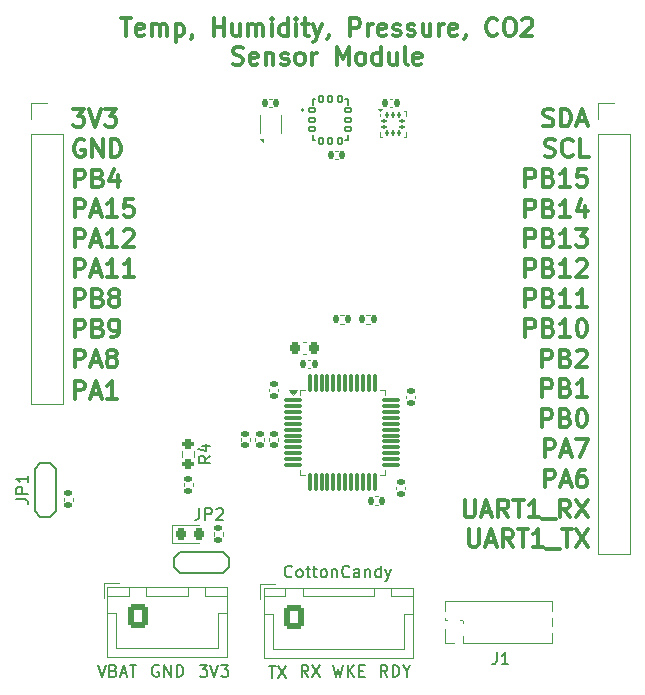
<source format=gbr>
%TF.GenerationSoftware,KiCad,Pcbnew,9.0.0*%
%TF.CreationDate,2025-02-21T21:13:24-05:00*%
%TF.ProjectId,SensorModuleBreakout,53656e73-6f72-44d6-9f64-756c65427265,rev?*%
%TF.SameCoordinates,Original*%
%TF.FileFunction,Legend,Top*%
%TF.FilePolarity,Positive*%
%FSLAX46Y46*%
G04 Gerber Fmt 4.6, Leading zero omitted, Abs format (unit mm)*
G04 Created by KiCad (PCBNEW 9.0.0) date 2025-02-21 21:13:24*
%MOMM*%
%LPD*%
G01*
G04 APERTURE LIST*
G04 Aperture macros list*
%AMRoundRect*
0 Rectangle with rounded corners*
0 $1 Rounding radius*
0 $2 $3 $4 $5 $6 $7 $8 $9 X,Y pos of 4 corners*
0 Add a 4 corners polygon primitive as box body*
4,1,4,$2,$3,$4,$5,$6,$7,$8,$9,$2,$3,0*
0 Add four circle primitives for the rounded corners*
1,1,$1+$1,$2,$3*
1,1,$1+$1,$4,$5*
1,1,$1+$1,$6,$7*
1,1,$1+$1,$8,$9*
0 Add four rect primitives between the rounded corners*
20,1,$1+$1,$2,$3,$4,$5,0*
20,1,$1+$1,$4,$5,$6,$7,0*
20,1,$1+$1,$6,$7,$8,$9,0*
20,1,$1+$1,$8,$9,$2,$3,0*%
G04 Aperture macros list end*
%ADD10C,0.300000*%
%ADD11C,0.150000*%
%ADD12C,0.120000*%
%ADD13C,0.127000*%
%ADD14C,0.200000*%
%ADD15C,0.010000*%
%ADD16C,1.448000*%
%ADD17RoundRect,0.200000X-0.275000X0.200000X-0.275000X-0.200000X0.275000X-0.200000X0.275000X0.200000X0*%
%ADD18O,1.700000X1.950000*%
%ADD19RoundRect,0.250000X-0.600000X-0.725000X0.600000X-0.725000X0.600000X0.725000X-0.600000X0.725000X0*%
%ADD20R,1.000000X1.000000*%
%ADD21O,1.000000X1.000000*%
%ADD22RoundRect,0.102000X-0.275000X-0.150000X0.275000X-0.150000X0.275000X0.150000X-0.275000X0.150000X0*%
%ADD23RoundRect,0.102000X-0.150000X-0.275000X0.150000X-0.275000X0.150000X0.275000X-0.150000X0.275000X0*%
%ADD24C,5.600000*%
%ADD25RoundRect,0.075000X-0.662500X-0.075000X0.662500X-0.075000X0.662500X0.075000X-0.662500X0.075000X0*%
%ADD26RoundRect,0.075000X-0.075000X-0.662500X0.075000X-0.662500X0.075000X0.662500X-0.075000X0.662500X0*%
%ADD27RoundRect,0.135000X-0.185000X0.135000X-0.185000X-0.135000X0.185000X-0.135000X0.185000X0.135000X0*%
%ADD28R,0.300000X0.500000*%
%ADD29RoundRect,0.225000X-0.225000X-0.250000X0.225000X-0.250000X0.225000X0.250000X-0.225000X0.250000X0*%
%ADD30RoundRect,0.218750X-0.218750X-0.256250X0.218750X-0.256250X0.218750X0.256250X-0.218750X0.256250X0*%
%ADD31RoundRect,0.140000X0.140000X0.170000X-0.140000X0.170000X-0.140000X-0.170000X0.140000X-0.170000X0*%
%ADD32RoundRect,0.135000X-0.135000X-0.185000X0.135000X-0.185000X0.135000X0.185000X-0.135000X0.185000X0*%
%ADD33RoundRect,0.140000X-0.170000X0.140000X-0.170000X-0.140000X0.170000X-0.140000X0.170000X0.140000X0*%
%ADD34R,1.700000X1.700000*%
%ADD35O,1.700000X1.700000*%
%ADD36C,1.400000*%
%ADD37RoundRect,0.135000X0.185000X-0.135000X0.185000X0.135000X-0.185000X0.135000X-0.185000X-0.135000X0*%
%ADD38RoundRect,0.135000X0.135000X0.185000X-0.135000X0.185000X-0.135000X-0.185000X0.135000X-0.185000X0*%
%ADD39RoundRect,0.140000X-0.140000X-0.170000X0.140000X-0.170000X0.140000X0.170000X-0.140000X0.170000X0*%
%ADD40RoundRect,0.087500X-0.125000X-0.087500X0.125000X-0.087500X0.125000X0.087500X-0.125000X0.087500X0*%
%ADD41RoundRect,0.087500X-0.087500X-0.125000X0.087500X-0.125000X0.087500X0.125000X-0.087500X0.125000X0*%
%ADD42RoundRect,0.140000X0.170000X-0.140000X0.170000X0.140000X-0.170000X0.140000X-0.170000X-0.140000X0*%
G04 APERTURE END LIST*
D10*
X112250000Y-53420870D02*
X113107143Y-53420870D01*
X112678571Y-54920870D02*
X112678571Y-53420870D01*
X114178571Y-54849442D02*
X114035714Y-54920870D01*
X114035714Y-54920870D02*
X113750000Y-54920870D01*
X113750000Y-54920870D02*
X113607142Y-54849442D01*
X113607142Y-54849442D02*
X113535714Y-54706584D01*
X113535714Y-54706584D02*
X113535714Y-54135156D01*
X113535714Y-54135156D02*
X113607142Y-53992299D01*
X113607142Y-53992299D02*
X113750000Y-53920870D01*
X113750000Y-53920870D02*
X114035714Y-53920870D01*
X114035714Y-53920870D02*
X114178571Y-53992299D01*
X114178571Y-53992299D02*
X114250000Y-54135156D01*
X114250000Y-54135156D02*
X114250000Y-54278013D01*
X114250000Y-54278013D02*
X113535714Y-54420870D01*
X114892856Y-54920870D02*
X114892856Y-53920870D01*
X114892856Y-54063727D02*
X114964285Y-53992299D01*
X114964285Y-53992299D02*
X115107142Y-53920870D01*
X115107142Y-53920870D02*
X115321428Y-53920870D01*
X115321428Y-53920870D02*
X115464285Y-53992299D01*
X115464285Y-53992299D02*
X115535714Y-54135156D01*
X115535714Y-54135156D02*
X115535714Y-54920870D01*
X115535714Y-54135156D02*
X115607142Y-53992299D01*
X115607142Y-53992299D02*
X115749999Y-53920870D01*
X115749999Y-53920870D02*
X115964285Y-53920870D01*
X115964285Y-53920870D02*
X116107142Y-53992299D01*
X116107142Y-53992299D02*
X116178571Y-54135156D01*
X116178571Y-54135156D02*
X116178571Y-54920870D01*
X116892856Y-53920870D02*
X116892856Y-55420870D01*
X116892856Y-53992299D02*
X117035714Y-53920870D01*
X117035714Y-53920870D02*
X117321428Y-53920870D01*
X117321428Y-53920870D02*
X117464285Y-53992299D01*
X117464285Y-53992299D02*
X117535714Y-54063727D01*
X117535714Y-54063727D02*
X117607142Y-54206584D01*
X117607142Y-54206584D02*
X117607142Y-54635156D01*
X117607142Y-54635156D02*
X117535714Y-54778013D01*
X117535714Y-54778013D02*
X117464285Y-54849442D01*
X117464285Y-54849442D02*
X117321428Y-54920870D01*
X117321428Y-54920870D02*
X117035714Y-54920870D01*
X117035714Y-54920870D02*
X116892856Y-54849442D01*
X118321428Y-54849442D02*
X118321428Y-54920870D01*
X118321428Y-54920870D02*
X118249999Y-55063727D01*
X118249999Y-55063727D02*
X118178571Y-55135156D01*
X120107142Y-54920870D02*
X120107142Y-53420870D01*
X120107142Y-54135156D02*
X120964285Y-54135156D01*
X120964285Y-54920870D02*
X120964285Y-53420870D01*
X122321429Y-53920870D02*
X122321429Y-54920870D01*
X121678571Y-53920870D02*
X121678571Y-54706584D01*
X121678571Y-54706584D02*
X121750000Y-54849442D01*
X121750000Y-54849442D02*
X121892857Y-54920870D01*
X121892857Y-54920870D02*
X122107143Y-54920870D01*
X122107143Y-54920870D02*
X122250000Y-54849442D01*
X122250000Y-54849442D02*
X122321429Y-54778013D01*
X123035714Y-54920870D02*
X123035714Y-53920870D01*
X123035714Y-54063727D02*
X123107143Y-53992299D01*
X123107143Y-53992299D02*
X123250000Y-53920870D01*
X123250000Y-53920870D02*
X123464286Y-53920870D01*
X123464286Y-53920870D02*
X123607143Y-53992299D01*
X123607143Y-53992299D02*
X123678572Y-54135156D01*
X123678572Y-54135156D02*
X123678572Y-54920870D01*
X123678572Y-54135156D02*
X123750000Y-53992299D01*
X123750000Y-53992299D02*
X123892857Y-53920870D01*
X123892857Y-53920870D02*
X124107143Y-53920870D01*
X124107143Y-53920870D02*
X124250000Y-53992299D01*
X124250000Y-53992299D02*
X124321429Y-54135156D01*
X124321429Y-54135156D02*
X124321429Y-54920870D01*
X125035714Y-54920870D02*
X125035714Y-53920870D01*
X125035714Y-53420870D02*
X124964286Y-53492299D01*
X124964286Y-53492299D02*
X125035714Y-53563727D01*
X125035714Y-53563727D02*
X125107143Y-53492299D01*
X125107143Y-53492299D02*
X125035714Y-53420870D01*
X125035714Y-53420870D02*
X125035714Y-53563727D01*
X126392858Y-54920870D02*
X126392858Y-53420870D01*
X126392858Y-54849442D02*
X126250000Y-54920870D01*
X126250000Y-54920870D02*
X125964286Y-54920870D01*
X125964286Y-54920870D02*
X125821429Y-54849442D01*
X125821429Y-54849442D02*
X125750000Y-54778013D01*
X125750000Y-54778013D02*
X125678572Y-54635156D01*
X125678572Y-54635156D02*
X125678572Y-54206584D01*
X125678572Y-54206584D02*
X125750000Y-54063727D01*
X125750000Y-54063727D02*
X125821429Y-53992299D01*
X125821429Y-53992299D02*
X125964286Y-53920870D01*
X125964286Y-53920870D02*
X126250000Y-53920870D01*
X126250000Y-53920870D02*
X126392858Y-53992299D01*
X127107143Y-54920870D02*
X127107143Y-53920870D01*
X127107143Y-53420870D02*
X127035715Y-53492299D01*
X127035715Y-53492299D02*
X127107143Y-53563727D01*
X127107143Y-53563727D02*
X127178572Y-53492299D01*
X127178572Y-53492299D02*
X127107143Y-53420870D01*
X127107143Y-53420870D02*
X127107143Y-53563727D01*
X127607144Y-53920870D02*
X128178572Y-53920870D01*
X127821429Y-53420870D02*
X127821429Y-54706584D01*
X127821429Y-54706584D02*
X127892858Y-54849442D01*
X127892858Y-54849442D02*
X128035715Y-54920870D01*
X128035715Y-54920870D02*
X128178572Y-54920870D01*
X128535715Y-53920870D02*
X128892858Y-54920870D01*
X129250001Y-53920870D02*
X128892858Y-54920870D01*
X128892858Y-54920870D02*
X128750001Y-55278013D01*
X128750001Y-55278013D02*
X128678572Y-55349442D01*
X128678572Y-55349442D02*
X128535715Y-55420870D01*
X129892858Y-54849442D02*
X129892858Y-54920870D01*
X129892858Y-54920870D02*
X129821429Y-55063727D01*
X129821429Y-55063727D02*
X129750001Y-55135156D01*
X131678572Y-54920870D02*
X131678572Y-53420870D01*
X131678572Y-53420870D02*
X132250001Y-53420870D01*
X132250001Y-53420870D02*
X132392858Y-53492299D01*
X132392858Y-53492299D02*
X132464287Y-53563727D01*
X132464287Y-53563727D02*
X132535715Y-53706584D01*
X132535715Y-53706584D02*
X132535715Y-53920870D01*
X132535715Y-53920870D02*
X132464287Y-54063727D01*
X132464287Y-54063727D02*
X132392858Y-54135156D01*
X132392858Y-54135156D02*
X132250001Y-54206584D01*
X132250001Y-54206584D02*
X131678572Y-54206584D01*
X133178572Y-54920870D02*
X133178572Y-53920870D01*
X133178572Y-54206584D02*
X133250001Y-54063727D01*
X133250001Y-54063727D02*
X133321430Y-53992299D01*
X133321430Y-53992299D02*
X133464287Y-53920870D01*
X133464287Y-53920870D02*
X133607144Y-53920870D01*
X134678572Y-54849442D02*
X134535715Y-54920870D01*
X134535715Y-54920870D02*
X134250001Y-54920870D01*
X134250001Y-54920870D02*
X134107143Y-54849442D01*
X134107143Y-54849442D02*
X134035715Y-54706584D01*
X134035715Y-54706584D02*
X134035715Y-54135156D01*
X134035715Y-54135156D02*
X134107143Y-53992299D01*
X134107143Y-53992299D02*
X134250001Y-53920870D01*
X134250001Y-53920870D02*
X134535715Y-53920870D01*
X134535715Y-53920870D02*
X134678572Y-53992299D01*
X134678572Y-53992299D02*
X134750001Y-54135156D01*
X134750001Y-54135156D02*
X134750001Y-54278013D01*
X134750001Y-54278013D02*
X134035715Y-54420870D01*
X135321429Y-54849442D02*
X135464286Y-54920870D01*
X135464286Y-54920870D02*
X135750000Y-54920870D01*
X135750000Y-54920870D02*
X135892857Y-54849442D01*
X135892857Y-54849442D02*
X135964286Y-54706584D01*
X135964286Y-54706584D02*
X135964286Y-54635156D01*
X135964286Y-54635156D02*
X135892857Y-54492299D01*
X135892857Y-54492299D02*
X135750000Y-54420870D01*
X135750000Y-54420870D02*
X135535715Y-54420870D01*
X135535715Y-54420870D02*
X135392857Y-54349442D01*
X135392857Y-54349442D02*
X135321429Y-54206584D01*
X135321429Y-54206584D02*
X135321429Y-54135156D01*
X135321429Y-54135156D02*
X135392857Y-53992299D01*
X135392857Y-53992299D02*
X135535715Y-53920870D01*
X135535715Y-53920870D02*
X135750000Y-53920870D01*
X135750000Y-53920870D02*
X135892857Y-53992299D01*
X136535715Y-54849442D02*
X136678572Y-54920870D01*
X136678572Y-54920870D02*
X136964286Y-54920870D01*
X136964286Y-54920870D02*
X137107143Y-54849442D01*
X137107143Y-54849442D02*
X137178572Y-54706584D01*
X137178572Y-54706584D02*
X137178572Y-54635156D01*
X137178572Y-54635156D02*
X137107143Y-54492299D01*
X137107143Y-54492299D02*
X136964286Y-54420870D01*
X136964286Y-54420870D02*
X136750001Y-54420870D01*
X136750001Y-54420870D02*
X136607143Y-54349442D01*
X136607143Y-54349442D02*
X136535715Y-54206584D01*
X136535715Y-54206584D02*
X136535715Y-54135156D01*
X136535715Y-54135156D02*
X136607143Y-53992299D01*
X136607143Y-53992299D02*
X136750001Y-53920870D01*
X136750001Y-53920870D02*
X136964286Y-53920870D01*
X136964286Y-53920870D02*
X137107143Y-53992299D01*
X138464287Y-53920870D02*
X138464287Y-54920870D01*
X137821429Y-53920870D02*
X137821429Y-54706584D01*
X137821429Y-54706584D02*
X137892858Y-54849442D01*
X137892858Y-54849442D02*
X138035715Y-54920870D01*
X138035715Y-54920870D02*
X138250001Y-54920870D01*
X138250001Y-54920870D02*
X138392858Y-54849442D01*
X138392858Y-54849442D02*
X138464287Y-54778013D01*
X139178572Y-54920870D02*
X139178572Y-53920870D01*
X139178572Y-54206584D02*
X139250001Y-54063727D01*
X139250001Y-54063727D02*
X139321430Y-53992299D01*
X139321430Y-53992299D02*
X139464287Y-53920870D01*
X139464287Y-53920870D02*
X139607144Y-53920870D01*
X140678572Y-54849442D02*
X140535715Y-54920870D01*
X140535715Y-54920870D02*
X140250001Y-54920870D01*
X140250001Y-54920870D02*
X140107143Y-54849442D01*
X140107143Y-54849442D02*
X140035715Y-54706584D01*
X140035715Y-54706584D02*
X140035715Y-54135156D01*
X140035715Y-54135156D02*
X140107143Y-53992299D01*
X140107143Y-53992299D02*
X140250001Y-53920870D01*
X140250001Y-53920870D02*
X140535715Y-53920870D01*
X140535715Y-53920870D02*
X140678572Y-53992299D01*
X140678572Y-53992299D02*
X140750001Y-54135156D01*
X140750001Y-54135156D02*
X140750001Y-54278013D01*
X140750001Y-54278013D02*
X140035715Y-54420870D01*
X141464286Y-54849442D02*
X141464286Y-54920870D01*
X141464286Y-54920870D02*
X141392857Y-55063727D01*
X141392857Y-55063727D02*
X141321429Y-55135156D01*
X144107143Y-54778013D02*
X144035715Y-54849442D01*
X144035715Y-54849442D02*
X143821429Y-54920870D01*
X143821429Y-54920870D02*
X143678572Y-54920870D01*
X143678572Y-54920870D02*
X143464286Y-54849442D01*
X143464286Y-54849442D02*
X143321429Y-54706584D01*
X143321429Y-54706584D02*
X143250000Y-54563727D01*
X143250000Y-54563727D02*
X143178572Y-54278013D01*
X143178572Y-54278013D02*
X143178572Y-54063727D01*
X143178572Y-54063727D02*
X143250000Y-53778013D01*
X143250000Y-53778013D02*
X143321429Y-53635156D01*
X143321429Y-53635156D02*
X143464286Y-53492299D01*
X143464286Y-53492299D02*
X143678572Y-53420870D01*
X143678572Y-53420870D02*
X143821429Y-53420870D01*
X143821429Y-53420870D02*
X144035715Y-53492299D01*
X144035715Y-53492299D02*
X144107143Y-53563727D01*
X145035715Y-53420870D02*
X145321429Y-53420870D01*
X145321429Y-53420870D02*
X145464286Y-53492299D01*
X145464286Y-53492299D02*
X145607143Y-53635156D01*
X145607143Y-53635156D02*
X145678572Y-53920870D01*
X145678572Y-53920870D02*
X145678572Y-54420870D01*
X145678572Y-54420870D02*
X145607143Y-54706584D01*
X145607143Y-54706584D02*
X145464286Y-54849442D01*
X145464286Y-54849442D02*
X145321429Y-54920870D01*
X145321429Y-54920870D02*
X145035715Y-54920870D01*
X145035715Y-54920870D02*
X144892858Y-54849442D01*
X144892858Y-54849442D02*
X144750000Y-54706584D01*
X144750000Y-54706584D02*
X144678572Y-54420870D01*
X144678572Y-54420870D02*
X144678572Y-53920870D01*
X144678572Y-53920870D02*
X144750000Y-53635156D01*
X144750000Y-53635156D02*
X144892858Y-53492299D01*
X144892858Y-53492299D02*
X145035715Y-53420870D01*
X146250001Y-53563727D02*
X146321429Y-53492299D01*
X146321429Y-53492299D02*
X146464287Y-53420870D01*
X146464287Y-53420870D02*
X146821429Y-53420870D01*
X146821429Y-53420870D02*
X146964287Y-53492299D01*
X146964287Y-53492299D02*
X147035715Y-53563727D01*
X147035715Y-53563727D02*
X147107144Y-53706584D01*
X147107144Y-53706584D02*
X147107144Y-53849442D01*
X147107144Y-53849442D02*
X147035715Y-54063727D01*
X147035715Y-54063727D02*
X146178572Y-54920870D01*
X146178572Y-54920870D02*
X147107144Y-54920870D01*
X121750000Y-57264358D02*
X121964286Y-57335786D01*
X121964286Y-57335786D02*
X122321428Y-57335786D01*
X122321428Y-57335786D02*
X122464286Y-57264358D01*
X122464286Y-57264358D02*
X122535714Y-57192929D01*
X122535714Y-57192929D02*
X122607143Y-57050072D01*
X122607143Y-57050072D02*
X122607143Y-56907215D01*
X122607143Y-56907215D02*
X122535714Y-56764358D01*
X122535714Y-56764358D02*
X122464286Y-56692929D01*
X122464286Y-56692929D02*
X122321428Y-56621500D01*
X122321428Y-56621500D02*
X122035714Y-56550072D01*
X122035714Y-56550072D02*
X121892857Y-56478643D01*
X121892857Y-56478643D02*
X121821428Y-56407215D01*
X121821428Y-56407215D02*
X121750000Y-56264358D01*
X121750000Y-56264358D02*
X121750000Y-56121500D01*
X121750000Y-56121500D02*
X121821428Y-55978643D01*
X121821428Y-55978643D02*
X121892857Y-55907215D01*
X121892857Y-55907215D02*
X122035714Y-55835786D01*
X122035714Y-55835786D02*
X122392857Y-55835786D01*
X122392857Y-55835786D02*
X122607143Y-55907215D01*
X123821428Y-57264358D02*
X123678571Y-57335786D01*
X123678571Y-57335786D02*
X123392857Y-57335786D01*
X123392857Y-57335786D02*
X123249999Y-57264358D01*
X123249999Y-57264358D02*
X123178571Y-57121500D01*
X123178571Y-57121500D02*
X123178571Y-56550072D01*
X123178571Y-56550072D02*
X123249999Y-56407215D01*
X123249999Y-56407215D02*
X123392857Y-56335786D01*
X123392857Y-56335786D02*
X123678571Y-56335786D01*
X123678571Y-56335786D02*
X123821428Y-56407215D01*
X123821428Y-56407215D02*
X123892857Y-56550072D01*
X123892857Y-56550072D02*
X123892857Y-56692929D01*
X123892857Y-56692929D02*
X123178571Y-56835786D01*
X124535713Y-56335786D02*
X124535713Y-57335786D01*
X124535713Y-56478643D02*
X124607142Y-56407215D01*
X124607142Y-56407215D02*
X124749999Y-56335786D01*
X124749999Y-56335786D02*
X124964285Y-56335786D01*
X124964285Y-56335786D02*
X125107142Y-56407215D01*
X125107142Y-56407215D02*
X125178571Y-56550072D01*
X125178571Y-56550072D02*
X125178571Y-57335786D01*
X125821428Y-57264358D02*
X125964285Y-57335786D01*
X125964285Y-57335786D02*
X126249999Y-57335786D01*
X126249999Y-57335786D02*
X126392856Y-57264358D01*
X126392856Y-57264358D02*
X126464285Y-57121500D01*
X126464285Y-57121500D02*
X126464285Y-57050072D01*
X126464285Y-57050072D02*
X126392856Y-56907215D01*
X126392856Y-56907215D02*
X126249999Y-56835786D01*
X126249999Y-56835786D02*
X126035714Y-56835786D01*
X126035714Y-56835786D02*
X125892856Y-56764358D01*
X125892856Y-56764358D02*
X125821428Y-56621500D01*
X125821428Y-56621500D02*
X125821428Y-56550072D01*
X125821428Y-56550072D02*
X125892856Y-56407215D01*
X125892856Y-56407215D02*
X126035714Y-56335786D01*
X126035714Y-56335786D02*
X126249999Y-56335786D01*
X126249999Y-56335786D02*
X126392856Y-56407215D01*
X127321428Y-57335786D02*
X127178571Y-57264358D01*
X127178571Y-57264358D02*
X127107142Y-57192929D01*
X127107142Y-57192929D02*
X127035714Y-57050072D01*
X127035714Y-57050072D02*
X127035714Y-56621500D01*
X127035714Y-56621500D02*
X127107142Y-56478643D01*
X127107142Y-56478643D02*
X127178571Y-56407215D01*
X127178571Y-56407215D02*
X127321428Y-56335786D01*
X127321428Y-56335786D02*
X127535714Y-56335786D01*
X127535714Y-56335786D02*
X127678571Y-56407215D01*
X127678571Y-56407215D02*
X127750000Y-56478643D01*
X127750000Y-56478643D02*
X127821428Y-56621500D01*
X127821428Y-56621500D02*
X127821428Y-57050072D01*
X127821428Y-57050072D02*
X127750000Y-57192929D01*
X127750000Y-57192929D02*
X127678571Y-57264358D01*
X127678571Y-57264358D02*
X127535714Y-57335786D01*
X127535714Y-57335786D02*
X127321428Y-57335786D01*
X128464285Y-57335786D02*
X128464285Y-56335786D01*
X128464285Y-56621500D02*
X128535714Y-56478643D01*
X128535714Y-56478643D02*
X128607143Y-56407215D01*
X128607143Y-56407215D02*
X128750000Y-56335786D01*
X128750000Y-56335786D02*
X128892857Y-56335786D01*
X130535713Y-57335786D02*
X130535713Y-55835786D01*
X130535713Y-55835786D02*
X131035713Y-56907215D01*
X131035713Y-56907215D02*
X131535713Y-55835786D01*
X131535713Y-55835786D02*
X131535713Y-57335786D01*
X132464285Y-57335786D02*
X132321428Y-57264358D01*
X132321428Y-57264358D02*
X132249999Y-57192929D01*
X132249999Y-57192929D02*
X132178571Y-57050072D01*
X132178571Y-57050072D02*
X132178571Y-56621500D01*
X132178571Y-56621500D02*
X132249999Y-56478643D01*
X132249999Y-56478643D02*
X132321428Y-56407215D01*
X132321428Y-56407215D02*
X132464285Y-56335786D01*
X132464285Y-56335786D02*
X132678571Y-56335786D01*
X132678571Y-56335786D02*
X132821428Y-56407215D01*
X132821428Y-56407215D02*
X132892857Y-56478643D01*
X132892857Y-56478643D02*
X132964285Y-56621500D01*
X132964285Y-56621500D02*
X132964285Y-57050072D01*
X132964285Y-57050072D02*
X132892857Y-57192929D01*
X132892857Y-57192929D02*
X132821428Y-57264358D01*
X132821428Y-57264358D02*
X132678571Y-57335786D01*
X132678571Y-57335786D02*
X132464285Y-57335786D01*
X134250000Y-57335786D02*
X134250000Y-55835786D01*
X134250000Y-57264358D02*
X134107142Y-57335786D01*
X134107142Y-57335786D02*
X133821428Y-57335786D01*
X133821428Y-57335786D02*
X133678571Y-57264358D01*
X133678571Y-57264358D02*
X133607142Y-57192929D01*
X133607142Y-57192929D02*
X133535714Y-57050072D01*
X133535714Y-57050072D02*
X133535714Y-56621500D01*
X133535714Y-56621500D02*
X133607142Y-56478643D01*
X133607142Y-56478643D02*
X133678571Y-56407215D01*
X133678571Y-56407215D02*
X133821428Y-56335786D01*
X133821428Y-56335786D02*
X134107142Y-56335786D01*
X134107142Y-56335786D02*
X134250000Y-56407215D01*
X135607143Y-56335786D02*
X135607143Y-57335786D01*
X134964285Y-56335786D02*
X134964285Y-57121500D01*
X134964285Y-57121500D02*
X135035714Y-57264358D01*
X135035714Y-57264358D02*
X135178571Y-57335786D01*
X135178571Y-57335786D02*
X135392857Y-57335786D01*
X135392857Y-57335786D02*
X135535714Y-57264358D01*
X135535714Y-57264358D02*
X135607143Y-57192929D01*
X136535714Y-57335786D02*
X136392857Y-57264358D01*
X136392857Y-57264358D02*
X136321428Y-57121500D01*
X136321428Y-57121500D02*
X136321428Y-55835786D01*
X137678571Y-57264358D02*
X137535714Y-57335786D01*
X137535714Y-57335786D02*
X137250000Y-57335786D01*
X137250000Y-57335786D02*
X137107142Y-57264358D01*
X137107142Y-57264358D02*
X137035714Y-57121500D01*
X137035714Y-57121500D02*
X137035714Y-56550072D01*
X137035714Y-56550072D02*
X137107142Y-56407215D01*
X137107142Y-56407215D02*
X137250000Y-56335786D01*
X137250000Y-56335786D02*
X137535714Y-56335786D01*
X137535714Y-56335786D02*
X137678571Y-56407215D01*
X137678571Y-56407215D02*
X137750000Y-56550072D01*
X137750000Y-56550072D02*
X137750000Y-56692929D01*
X137750000Y-56692929D02*
X137035714Y-56835786D01*
D11*
X126742856Y-100659580D02*
X126695237Y-100707200D01*
X126695237Y-100707200D02*
X126552380Y-100754819D01*
X126552380Y-100754819D02*
X126457142Y-100754819D01*
X126457142Y-100754819D02*
X126314285Y-100707200D01*
X126314285Y-100707200D02*
X126219047Y-100611961D01*
X126219047Y-100611961D02*
X126171428Y-100516723D01*
X126171428Y-100516723D02*
X126123809Y-100326247D01*
X126123809Y-100326247D02*
X126123809Y-100183390D01*
X126123809Y-100183390D02*
X126171428Y-99992914D01*
X126171428Y-99992914D02*
X126219047Y-99897676D01*
X126219047Y-99897676D02*
X126314285Y-99802438D01*
X126314285Y-99802438D02*
X126457142Y-99754819D01*
X126457142Y-99754819D02*
X126552380Y-99754819D01*
X126552380Y-99754819D02*
X126695237Y-99802438D01*
X126695237Y-99802438D02*
X126742856Y-99850057D01*
X127314285Y-100754819D02*
X127219047Y-100707200D01*
X127219047Y-100707200D02*
X127171428Y-100659580D01*
X127171428Y-100659580D02*
X127123809Y-100564342D01*
X127123809Y-100564342D02*
X127123809Y-100278628D01*
X127123809Y-100278628D02*
X127171428Y-100183390D01*
X127171428Y-100183390D02*
X127219047Y-100135771D01*
X127219047Y-100135771D02*
X127314285Y-100088152D01*
X127314285Y-100088152D02*
X127457142Y-100088152D01*
X127457142Y-100088152D02*
X127552380Y-100135771D01*
X127552380Y-100135771D02*
X127599999Y-100183390D01*
X127599999Y-100183390D02*
X127647618Y-100278628D01*
X127647618Y-100278628D02*
X127647618Y-100564342D01*
X127647618Y-100564342D02*
X127599999Y-100659580D01*
X127599999Y-100659580D02*
X127552380Y-100707200D01*
X127552380Y-100707200D02*
X127457142Y-100754819D01*
X127457142Y-100754819D02*
X127314285Y-100754819D01*
X127933333Y-100088152D02*
X128314285Y-100088152D01*
X128076190Y-99754819D02*
X128076190Y-100611961D01*
X128076190Y-100611961D02*
X128123809Y-100707200D01*
X128123809Y-100707200D02*
X128219047Y-100754819D01*
X128219047Y-100754819D02*
X128314285Y-100754819D01*
X128504762Y-100088152D02*
X128885714Y-100088152D01*
X128647619Y-99754819D02*
X128647619Y-100611961D01*
X128647619Y-100611961D02*
X128695238Y-100707200D01*
X128695238Y-100707200D02*
X128790476Y-100754819D01*
X128790476Y-100754819D02*
X128885714Y-100754819D01*
X129361905Y-100754819D02*
X129266667Y-100707200D01*
X129266667Y-100707200D02*
X129219048Y-100659580D01*
X129219048Y-100659580D02*
X129171429Y-100564342D01*
X129171429Y-100564342D02*
X129171429Y-100278628D01*
X129171429Y-100278628D02*
X129219048Y-100183390D01*
X129219048Y-100183390D02*
X129266667Y-100135771D01*
X129266667Y-100135771D02*
X129361905Y-100088152D01*
X129361905Y-100088152D02*
X129504762Y-100088152D01*
X129504762Y-100088152D02*
X129600000Y-100135771D01*
X129600000Y-100135771D02*
X129647619Y-100183390D01*
X129647619Y-100183390D02*
X129695238Y-100278628D01*
X129695238Y-100278628D02*
X129695238Y-100564342D01*
X129695238Y-100564342D02*
X129647619Y-100659580D01*
X129647619Y-100659580D02*
X129600000Y-100707200D01*
X129600000Y-100707200D02*
X129504762Y-100754819D01*
X129504762Y-100754819D02*
X129361905Y-100754819D01*
X130123810Y-100088152D02*
X130123810Y-100754819D01*
X130123810Y-100183390D02*
X130171429Y-100135771D01*
X130171429Y-100135771D02*
X130266667Y-100088152D01*
X130266667Y-100088152D02*
X130409524Y-100088152D01*
X130409524Y-100088152D02*
X130504762Y-100135771D01*
X130504762Y-100135771D02*
X130552381Y-100231009D01*
X130552381Y-100231009D02*
X130552381Y-100754819D01*
X131600000Y-100659580D02*
X131552381Y-100707200D01*
X131552381Y-100707200D02*
X131409524Y-100754819D01*
X131409524Y-100754819D02*
X131314286Y-100754819D01*
X131314286Y-100754819D02*
X131171429Y-100707200D01*
X131171429Y-100707200D02*
X131076191Y-100611961D01*
X131076191Y-100611961D02*
X131028572Y-100516723D01*
X131028572Y-100516723D02*
X130980953Y-100326247D01*
X130980953Y-100326247D02*
X130980953Y-100183390D01*
X130980953Y-100183390D02*
X131028572Y-99992914D01*
X131028572Y-99992914D02*
X131076191Y-99897676D01*
X131076191Y-99897676D02*
X131171429Y-99802438D01*
X131171429Y-99802438D02*
X131314286Y-99754819D01*
X131314286Y-99754819D02*
X131409524Y-99754819D01*
X131409524Y-99754819D02*
X131552381Y-99802438D01*
X131552381Y-99802438D02*
X131600000Y-99850057D01*
X132457143Y-100754819D02*
X132457143Y-100231009D01*
X132457143Y-100231009D02*
X132409524Y-100135771D01*
X132409524Y-100135771D02*
X132314286Y-100088152D01*
X132314286Y-100088152D02*
X132123810Y-100088152D01*
X132123810Y-100088152D02*
X132028572Y-100135771D01*
X132457143Y-100707200D02*
X132361905Y-100754819D01*
X132361905Y-100754819D02*
X132123810Y-100754819D01*
X132123810Y-100754819D02*
X132028572Y-100707200D01*
X132028572Y-100707200D02*
X131980953Y-100611961D01*
X131980953Y-100611961D02*
X131980953Y-100516723D01*
X131980953Y-100516723D02*
X132028572Y-100421485D01*
X132028572Y-100421485D02*
X132123810Y-100373866D01*
X132123810Y-100373866D02*
X132361905Y-100373866D01*
X132361905Y-100373866D02*
X132457143Y-100326247D01*
X132933334Y-100088152D02*
X132933334Y-100754819D01*
X132933334Y-100183390D02*
X132980953Y-100135771D01*
X132980953Y-100135771D02*
X133076191Y-100088152D01*
X133076191Y-100088152D02*
X133219048Y-100088152D01*
X133219048Y-100088152D02*
X133314286Y-100135771D01*
X133314286Y-100135771D02*
X133361905Y-100231009D01*
X133361905Y-100231009D02*
X133361905Y-100754819D01*
X134266667Y-100754819D02*
X134266667Y-99754819D01*
X134266667Y-100707200D02*
X134171429Y-100754819D01*
X134171429Y-100754819D02*
X133980953Y-100754819D01*
X133980953Y-100754819D02*
X133885715Y-100707200D01*
X133885715Y-100707200D02*
X133838096Y-100659580D01*
X133838096Y-100659580D02*
X133790477Y-100564342D01*
X133790477Y-100564342D02*
X133790477Y-100278628D01*
X133790477Y-100278628D02*
X133838096Y-100183390D01*
X133838096Y-100183390D02*
X133885715Y-100135771D01*
X133885715Y-100135771D02*
X133980953Y-100088152D01*
X133980953Y-100088152D02*
X134171429Y-100088152D01*
X134171429Y-100088152D02*
X134266667Y-100135771D01*
X134647620Y-100088152D02*
X134885715Y-100754819D01*
X135123810Y-100088152D02*
X134885715Y-100754819D01*
X134885715Y-100754819D02*
X134790477Y-100992914D01*
X134790477Y-100992914D02*
X134742858Y-101040533D01*
X134742858Y-101040533D02*
X134647620Y-101088152D01*
X134830952Y-109189819D02*
X134497619Y-108713628D01*
X134259524Y-109189819D02*
X134259524Y-108189819D01*
X134259524Y-108189819D02*
X134640476Y-108189819D01*
X134640476Y-108189819D02*
X134735714Y-108237438D01*
X134735714Y-108237438D02*
X134783333Y-108285057D01*
X134783333Y-108285057D02*
X134830952Y-108380295D01*
X134830952Y-108380295D02*
X134830952Y-108523152D01*
X134830952Y-108523152D02*
X134783333Y-108618390D01*
X134783333Y-108618390D02*
X134735714Y-108666009D01*
X134735714Y-108666009D02*
X134640476Y-108713628D01*
X134640476Y-108713628D02*
X134259524Y-108713628D01*
X135259524Y-109189819D02*
X135259524Y-108189819D01*
X135259524Y-108189819D02*
X135497619Y-108189819D01*
X135497619Y-108189819D02*
X135640476Y-108237438D01*
X135640476Y-108237438D02*
X135735714Y-108332676D01*
X135735714Y-108332676D02*
X135783333Y-108427914D01*
X135783333Y-108427914D02*
X135830952Y-108618390D01*
X135830952Y-108618390D02*
X135830952Y-108761247D01*
X135830952Y-108761247D02*
X135783333Y-108951723D01*
X135783333Y-108951723D02*
X135735714Y-109046961D01*
X135735714Y-109046961D02*
X135640476Y-109142200D01*
X135640476Y-109142200D02*
X135497619Y-109189819D01*
X135497619Y-109189819D02*
X135259524Y-109189819D01*
X136450000Y-108713628D02*
X136450000Y-109189819D01*
X136116667Y-108189819D02*
X136450000Y-108713628D01*
X136450000Y-108713628D02*
X136783333Y-108189819D01*
X130219048Y-108189819D02*
X130457143Y-109189819D01*
X130457143Y-109189819D02*
X130647619Y-108475533D01*
X130647619Y-108475533D02*
X130838095Y-109189819D01*
X130838095Y-109189819D02*
X131076191Y-108189819D01*
X131457143Y-109189819D02*
X131457143Y-108189819D01*
X132028571Y-109189819D02*
X131600000Y-108618390D01*
X132028571Y-108189819D02*
X131457143Y-108761247D01*
X132457143Y-108666009D02*
X132790476Y-108666009D01*
X132933333Y-109189819D02*
X132457143Y-109189819D01*
X132457143Y-109189819D02*
X132457143Y-108189819D01*
X132457143Y-108189819D02*
X132933333Y-108189819D01*
X128133333Y-109189819D02*
X127800000Y-108713628D01*
X127561905Y-109189819D02*
X127561905Y-108189819D01*
X127561905Y-108189819D02*
X127942857Y-108189819D01*
X127942857Y-108189819D02*
X128038095Y-108237438D01*
X128038095Y-108237438D02*
X128085714Y-108285057D01*
X128085714Y-108285057D02*
X128133333Y-108380295D01*
X128133333Y-108380295D02*
X128133333Y-108523152D01*
X128133333Y-108523152D02*
X128085714Y-108618390D01*
X128085714Y-108618390D02*
X128038095Y-108666009D01*
X128038095Y-108666009D02*
X127942857Y-108713628D01*
X127942857Y-108713628D02*
X127561905Y-108713628D01*
X128466667Y-108189819D02*
X129133333Y-109189819D01*
X129133333Y-108189819D02*
X128466667Y-109189819D01*
X124788095Y-108239819D02*
X125359523Y-108239819D01*
X125073809Y-109239819D02*
X125073809Y-108239819D01*
X125597619Y-108239819D02*
X126264285Y-109239819D01*
X126264285Y-108239819D02*
X125597619Y-109239819D01*
X118941541Y-108169819D02*
X119560588Y-108169819D01*
X119560588Y-108169819D02*
X119227255Y-108550771D01*
X119227255Y-108550771D02*
X119370112Y-108550771D01*
X119370112Y-108550771D02*
X119465350Y-108598390D01*
X119465350Y-108598390D02*
X119512969Y-108646009D01*
X119512969Y-108646009D02*
X119560588Y-108741247D01*
X119560588Y-108741247D02*
X119560588Y-108979342D01*
X119560588Y-108979342D02*
X119512969Y-109074580D01*
X119512969Y-109074580D02*
X119465350Y-109122200D01*
X119465350Y-109122200D02*
X119370112Y-109169819D01*
X119370112Y-109169819D02*
X119084398Y-109169819D01*
X119084398Y-109169819D02*
X118989160Y-109122200D01*
X118989160Y-109122200D02*
X118941541Y-109074580D01*
X119846303Y-108169819D02*
X120179636Y-109169819D01*
X120179636Y-109169819D02*
X120512969Y-108169819D01*
X120751065Y-108169819D02*
X121370112Y-108169819D01*
X121370112Y-108169819D02*
X121036779Y-108550771D01*
X121036779Y-108550771D02*
X121179636Y-108550771D01*
X121179636Y-108550771D02*
X121274874Y-108598390D01*
X121274874Y-108598390D02*
X121322493Y-108646009D01*
X121322493Y-108646009D02*
X121370112Y-108741247D01*
X121370112Y-108741247D02*
X121370112Y-108979342D01*
X121370112Y-108979342D02*
X121322493Y-109074580D01*
X121322493Y-109074580D02*
X121274874Y-109122200D01*
X121274874Y-109122200D02*
X121179636Y-109169819D01*
X121179636Y-109169819D02*
X120893922Y-109169819D01*
X120893922Y-109169819D02*
X120798684Y-109122200D01*
X120798684Y-109122200D02*
X120751065Y-109074580D01*
X115460588Y-108217438D02*
X115365350Y-108169819D01*
X115365350Y-108169819D02*
X115222493Y-108169819D01*
X115222493Y-108169819D02*
X115079636Y-108217438D01*
X115079636Y-108217438D02*
X114984398Y-108312676D01*
X114984398Y-108312676D02*
X114936779Y-108407914D01*
X114936779Y-108407914D02*
X114889160Y-108598390D01*
X114889160Y-108598390D02*
X114889160Y-108741247D01*
X114889160Y-108741247D02*
X114936779Y-108931723D01*
X114936779Y-108931723D02*
X114984398Y-109026961D01*
X114984398Y-109026961D02*
X115079636Y-109122200D01*
X115079636Y-109122200D02*
X115222493Y-109169819D01*
X115222493Y-109169819D02*
X115317731Y-109169819D01*
X115317731Y-109169819D02*
X115460588Y-109122200D01*
X115460588Y-109122200D02*
X115508207Y-109074580D01*
X115508207Y-109074580D02*
X115508207Y-108741247D01*
X115508207Y-108741247D02*
X115317731Y-108741247D01*
X115936779Y-109169819D02*
X115936779Y-108169819D01*
X115936779Y-108169819D02*
X116508207Y-109169819D01*
X116508207Y-109169819D02*
X116508207Y-108169819D01*
X116984398Y-109169819D02*
X116984398Y-108169819D01*
X116984398Y-108169819D02*
X117222493Y-108169819D01*
X117222493Y-108169819D02*
X117365350Y-108217438D01*
X117365350Y-108217438D02*
X117460588Y-108312676D01*
X117460588Y-108312676D02*
X117508207Y-108407914D01*
X117508207Y-108407914D02*
X117555826Y-108598390D01*
X117555826Y-108598390D02*
X117555826Y-108741247D01*
X117555826Y-108741247D02*
X117508207Y-108931723D01*
X117508207Y-108931723D02*
X117460588Y-109026961D01*
X117460588Y-109026961D02*
X117365350Y-109122200D01*
X117365350Y-109122200D02*
X117222493Y-109169819D01*
X117222493Y-109169819D02*
X116984398Y-109169819D01*
X110293922Y-108169819D02*
X110627255Y-109169819D01*
X110627255Y-109169819D02*
X110960588Y-108169819D01*
X111627255Y-108646009D02*
X111770112Y-108693628D01*
X111770112Y-108693628D02*
X111817731Y-108741247D01*
X111817731Y-108741247D02*
X111865350Y-108836485D01*
X111865350Y-108836485D02*
X111865350Y-108979342D01*
X111865350Y-108979342D02*
X111817731Y-109074580D01*
X111817731Y-109074580D02*
X111770112Y-109122200D01*
X111770112Y-109122200D02*
X111674874Y-109169819D01*
X111674874Y-109169819D02*
X111293922Y-109169819D01*
X111293922Y-109169819D02*
X111293922Y-108169819D01*
X111293922Y-108169819D02*
X111627255Y-108169819D01*
X111627255Y-108169819D02*
X111722493Y-108217438D01*
X111722493Y-108217438D02*
X111770112Y-108265057D01*
X111770112Y-108265057D02*
X111817731Y-108360295D01*
X111817731Y-108360295D02*
X111817731Y-108455533D01*
X111817731Y-108455533D02*
X111770112Y-108550771D01*
X111770112Y-108550771D02*
X111722493Y-108598390D01*
X111722493Y-108598390D02*
X111627255Y-108646009D01*
X111627255Y-108646009D02*
X111293922Y-108646009D01*
X112246303Y-108884104D02*
X112722493Y-108884104D01*
X112151065Y-109169819D02*
X112484398Y-108169819D01*
X112484398Y-108169819D02*
X112817731Y-109169819D01*
X113008208Y-108169819D02*
X113579636Y-108169819D01*
X113293922Y-109169819D02*
X113293922Y-108169819D01*
D10*
X141716918Y-96678328D02*
X141716918Y-97892614D01*
X141716918Y-97892614D02*
X141788347Y-98035471D01*
X141788347Y-98035471D02*
X141859776Y-98106900D01*
X141859776Y-98106900D02*
X142002633Y-98178328D01*
X142002633Y-98178328D02*
X142288347Y-98178328D01*
X142288347Y-98178328D02*
X142431204Y-98106900D01*
X142431204Y-98106900D02*
X142502633Y-98035471D01*
X142502633Y-98035471D02*
X142574061Y-97892614D01*
X142574061Y-97892614D02*
X142574061Y-96678328D01*
X143216919Y-97749757D02*
X143931205Y-97749757D01*
X143074062Y-98178328D02*
X143574062Y-96678328D01*
X143574062Y-96678328D02*
X144074062Y-98178328D01*
X145431204Y-98178328D02*
X144931204Y-97464042D01*
X144574061Y-98178328D02*
X144574061Y-96678328D01*
X144574061Y-96678328D02*
X145145490Y-96678328D01*
X145145490Y-96678328D02*
X145288347Y-96749757D01*
X145288347Y-96749757D02*
X145359776Y-96821185D01*
X145359776Y-96821185D02*
X145431204Y-96964042D01*
X145431204Y-96964042D02*
X145431204Y-97178328D01*
X145431204Y-97178328D02*
X145359776Y-97321185D01*
X145359776Y-97321185D02*
X145288347Y-97392614D01*
X145288347Y-97392614D02*
X145145490Y-97464042D01*
X145145490Y-97464042D02*
X144574061Y-97464042D01*
X145859776Y-96678328D02*
X146716919Y-96678328D01*
X146288347Y-98178328D02*
X146288347Y-96678328D01*
X148002633Y-98178328D02*
X147145490Y-98178328D01*
X147574061Y-98178328D02*
X147574061Y-96678328D01*
X147574061Y-96678328D02*
X147431204Y-96892614D01*
X147431204Y-96892614D02*
X147288347Y-97035471D01*
X147288347Y-97035471D02*
X147145490Y-97106900D01*
X148288347Y-98321185D02*
X149431204Y-98321185D01*
X149574061Y-96678328D02*
X150431204Y-96678328D01*
X150002632Y-98178328D02*
X150002632Y-96678328D01*
X150788346Y-96678328D02*
X151788346Y-98178328D01*
X151788346Y-96678328D02*
X150788346Y-98178328D01*
X141359775Y-94178328D02*
X141359775Y-95392614D01*
X141359775Y-95392614D02*
X141431204Y-95535471D01*
X141431204Y-95535471D02*
X141502633Y-95606900D01*
X141502633Y-95606900D02*
X141645490Y-95678328D01*
X141645490Y-95678328D02*
X141931204Y-95678328D01*
X141931204Y-95678328D02*
X142074061Y-95606900D01*
X142074061Y-95606900D02*
X142145490Y-95535471D01*
X142145490Y-95535471D02*
X142216918Y-95392614D01*
X142216918Y-95392614D02*
X142216918Y-94178328D01*
X142859776Y-95249757D02*
X143574062Y-95249757D01*
X142716919Y-95678328D02*
X143216919Y-94178328D01*
X143216919Y-94178328D02*
X143716919Y-95678328D01*
X145074061Y-95678328D02*
X144574061Y-94964042D01*
X144216918Y-95678328D02*
X144216918Y-94178328D01*
X144216918Y-94178328D02*
X144788347Y-94178328D01*
X144788347Y-94178328D02*
X144931204Y-94249757D01*
X144931204Y-94249757D02*
X145002633Y-94321185D01*
X145002633Y-94321185D02*
X145074061Y-94464042D01*
X145074061Y-94464042D02*
X145074061Y-94678328D01*
X145074061Y-94678328D02*
X145002633Y-94821185D01*
X145002633Y-94821185D02*
X144931204Y-94892614D01*
X144931204Y-94892614D02*
X144788347Y-94964042D01*
X144788347Y-94964042D02*
X144216918Y-94964042D01*
X145502633Y-94178328D02*
X146359776Y-94178328D01*
X145931204Y-95678328D02*
X145931204Y-94178328D01*
X147645490Y-95678328D02*
X146788347Y-95678328D01*
X147216918Y-95678328D02*
X147216918Y-94178328D01*
X147216918Y-94178328D02*
X147074061Y-94392614D01*
X147074061Y-94392614D02*
X146931204Y-94535471D01*
X146931204Y-94535471D02*
X146788347Y-94606900D01*
X147931204Y-95821185D02*
X149074061Y-95821185D01*
X150288346Y-95678328D02*
X149788346Y-94964042D01*
X149431203Y-95678328D02*
X149431203Y-94178328D01*
X149431203Y-94178328D02*
X150002632Y-94178328D01*
X150002632Y-94178328D02*
X150145489Y-94249757D01*
X150145489Y-94249757D02*
X150216918Y-94321185D01*
X150216918Y-94321185D02*
X150288346Y-94464042D01*
X150288346Y-94464042D02*
X150288346Y-94678328D01*
X150288346Y-94678328D02*
X150216918Y-94821185D01*
X150216918Y-94821185D02*
X150145489Y-94892614D01*
X150145489Y-94892614D02*
X150002632Y-94964042D01*
X150002632Y-94964042D02*
X149431203Y-94964042D01*
X150788346Y-94178328D02*
X151788346Y-95678328D01*
X151788346Y-94178328D02*
X150788346Y-95678328D01*
X148145489Y-93128328D02*
X148145489Y-91628328D01*
X148145489Y-91628328D02*
X148716918Y-91628328D01*
X148716918Y-91628328D02*
X148859775Y-91699757D01*
X148859775Y-91699757D02*
X148931204Y-91771185D01*
X148931204Y-91771185D02*
X149002632Y-91914042D01*
X149002632Y-91914042D02*
X149002632Y-92128328D01*
X149002632Y-92128328D02*
X148931204Y-92271185D01*
X148931204Y-92271185D02*
X148859775Y-92342614D01*
X148859775Y-92342614D02*
X148716918Y-92414042D01*
X148716918Y-92414042D02*
X148145489Y-92414042D01*
X149574061Y-92699757D02*
X150288347Y-92699757D01*
X149431204Y-93128328D02*
X149931204Y-91628328D01*
X149931204Y-91628328D02*
X150431204Y-93128328D01*
X151574061Y-91628328D02*
X151288346Y-91628328D01*
X151288346Y-91628328D02*
X151145489Y-91699757D01*
X151145489Y-91699757D02*
X151074061Y-91771185D01*
X151074061Y-91771185D02*
X150931203Y-91985471D01*
X150931203Y-91985471D02*
X150859775Y-92271185D01*
X150859775Y-92271185D02*
X150859775Y-92842614D01*
X150859775Y-92842614D02*
X150931203Y-92985471D01*
X150931203Y-92985471D02*
X151002632Y-93056900D01*
X151002632Y-93056900D02*
X151145489Y-93128328D01*
X151145489Y-93128328D02*
X151431203Y-93128328D01*
X151431203Y-93128328D02*
X151574061Y-93056900D01*
X151574061Y-93056900D02*
X151645489Y-92985471D01*
X151645489Y-92985471D02*
X151716918Y-92842614D01*
X151716918Y-92842614D02*
X151716918Y-92485471D01*
X151716918Y-92485471D02*
X151645489Y-92342614D01*
X151645489Y-92342614D02*
X151574061Y-92271185D01*
X151574061Y-92271185D02*
X151431203Y-92199757D01*
X151431203Y-92199757D02*
X151145489Y-92199757D01*
X151145489Y-92199757D02*
X151002632Y-92271185D01*
X151002632Y-92271185D02*
X150931203Y-92342614D01*
X150931203Y-92342614D02*
X150859775Y-92485471D01*
X148145489Y-90578328D02*
X148145489Y-89078328D01*
X148145489Y-89078328D02*
X148716918Y-89078328D01*
X148716918Y-89078328D02*
X148859775Y-89149757D01*
X148859775Y-89149757D02*
X148931204Y-89221185D01*
X148931204Y-89221185D02*
X149002632Y-89364042D01*
X149002632Y-89364042D02*
X149002632Y-89578328D01*
X149002632Y-89578328D02*
X148931204Y-89721185D01*
X148931204Y-89721185D02*
X148859775Y-89792614D01*
X148859775Y-89792614D02*
X148716918Y-89864042D01*
X148716918Y-89864042D02*
X148145489Y-89864042D01*
X149574061Y-90149757D02*
X150288347Y-90149757D01*
X149431204Y-90578328D02*
X149931204Y-89078328D01*
X149931204Y-89078328D02*
X150431204Y-90578328D01*
X150788346Y-89078328D02*
X151788346Y-89078328D01*
X151788346Y-89078328D02*
X151145489Y-90578328D01*
X147931203Y-88028328D02*
X147931203Y-86528328D01*
X147931203Y-86528328D02*
X148502632Y-86528328D01*
X148502632Y-86528328D02*
X148645489Y-86599757D01*
X148645489Y-86599757D02*
X148716918Y-86671185D01*
X148716918Y-86671185D02*
X148788346Y-86814042D01*
X148788346Y-86814042D02*
X148788346Y-87028328D01*
X148788346Y-87028328D02*
X148716918Y-87171185D01*
X148716918Y-87171185D02*
X148645489Y-87242614D01*
X148645489Y-87242614D02*
X148502632Y-87314042D01*
X148502632Y-87314042D02*
X147931203Y-87314042D01*
X149931203Y-87242614D02*
X150145489Y-87314042D01*
X150145489Y-87314042D02*
X150216918Y-87385471D01*
X150216918Y-87385471D02*
X150288346Y-87528328D01*
X150288346Y-87528328D02*
X150288346Y-87742614D01*
X150288346Y-87742614D02*
X150216918Y-87885471D01*
X150216918Y-87885471D02*
X150145489Y-87956900D01*
X150145489Y-87956900D02*
X150002632Y-88028328D01*
X150002632Y-88028328D02*
X149431203Y-88028328D01*
X149431203Y-88028328D02*
X149431203Y-86528328D01*
X149431203Y-86528328D02*
X149931203Y-86528328D01*
X149931203Y-86528328D02*
X150074061Y-86599757D01*
X150074061Y-86599757D02*
X150145489Y-86671185D01*
X150145489Y-86671185D02*
X150216918Y-86814042D01*
X150216918Y-86814042D02*
X150216918Y-86956900D01*
X150216918Y-86956900D02*
X150145489Y-87099757D01*
X150145489Y-87099757D02*
X150074061Y-87171185D01*
X150074061Y-87171185D02*
X149931203Y-87242614D01*
X149931203Y-87242614D02*
X149431203Y-87242614D01*
X151216918Y-86528328D02*
X151359775Y-86528328D01*
X151359775Y-86528328D02*
X151502632Y-86599757D01*
X151502632Y-86599757D02*
X151574061Y-86671185D01*
X151574061Y-86671185D02*
X151645489Y-86814042D01*
X151645489Y-86814042D02*
X151716918Y-87099757D01*
X151716918Y-87099757D02*
X151716918Y-87456900D01*
X151716918Y-87456900D02*
X151645489Y-87742614D01*
X151645489Y-87742614D02*
X151574061Y-87885471D01*
X151574061Y-87885471D02*
X151502632Y-87956900D01*
X151502632Y-87956900D02*
X151359775Y-88028328D01*
X151359775Y-88028328D02*
X151216918Y-88028328D01*
X151216918Y-88028328D02*
X151074061Y-87956900D01*
X151074061Y-87956900D02*
X151002632Y-87885471D01*
X151002632Y-87885471D02*
X150931203Y-87742614D01*
X150931203Y-87742614D02*
X150859775Y-87456900D01*
X150859775Y-87456900D02*
X150859775Y-87099757D01*
X150859775Y-87099757D02*
X150931203Y-86814042D01*
X150931203Y-86814042D02*
X151002632Y-86671185D01*
X151002632Y-86671185D02*
X151074061Y-86599757D01*
X151074061Y-86599757D02*
X151216918Y-86528328D01*
X147931203Y-85478328D02*
X147931203Y-83978328D01*
X147931203Y-83978328D02*
X148502632Y-83978328D01*
X148502632Y-83978328D02*
X148645489Y-84049757D01*
X148645489Y-84049757D02*
X148716918Y-84121185D01*
X148716918Y-84121185D02*
X148788346Y-84264042D01*
X148788346Y-84264042D02*
X148788346Y-84478328D01*
X148788346Y-84478328D02*
X148716918Y-84621185D01*
X148716918Y-84621185D02*
X148645489Y-84692614D01*
X148645489Y-84692614D02*
X148502632Y-84764042D01*
X148502632Y-84764042D02*
X147931203Y-84764042D01*
X149931203Y-84692614D02*
X150145489Y-84764042D01*
X150145489Y-84764042D02*
X150216918Y-84835471D01*
X150216918Y-84835471D02*
X150288346Y-84978328D01*
X150288346Y-84978328D02*
X150288346Y-85192614D01*
X150288346Y-85192614D02*
X150216918Y-85335471D01*
X150216918Y-85335471D02*
X150145489Y-85406900D01*
X150145489Y-85406900D02*
X150002632Y-85478328D01*
X150002632Y-85478328D02*
X149431203Y-85478328D01*
X149431203Y-85478328D02*
X149431203Y-83978328D01*
X149431203Y-83978328D02*
X149931203Y-83978328D01*
X149931203Y-83978328D02*
X150074061Y-84049757D01*
X150074061Y-84049757D02*
X150145489Y-84121185D01*
X150145489Y-84121185D02*
X150216918Y-84264042D01*
X150216918Y-84264042D02*
X150216918Y-84406900D01*
X150216918Y-84406900D02*
X150145489Y-84549757D01*
X150145489Y-84549757D02*
X150074061Y-84621185D01*
X150074061Y-84621185D02*
X149931203Y-84692614D01*
X149931203Y-84692614D02*
X149431203Y-84692614D01*
X151716918Y-85478328D02*
X150859775Y-85478328D01*
X151288346Y-85478328D02*
X151288346Y-83978328D01*
X151288346Y-83978328D02*
X151145489Y-84192614D01*
X151145489Y-84192614D02*
X151002632Y-84335471D01*
X151002632Y-84335471D02*
X150859775Y-84406900D01*
X147931203Y-82978328D02*
X147931203Y-81478328D01*
X147931203Y-81478328D02*
X148502632Y-81478328D01*
X148502632Y-81478328D02*
X148645489Y-81549757D01*
X148645489Y-81549757D02*
X148716918Y-81621185D01*
X148716918Y-81621185D02*
X148788346Y-81764042D01*
X148788346Y-81764042D02*
X148788346Y-81978328D01*
X148788346Y-81978328D02*
X148716918Y-82121185D01*
X148716918Y-82121185D02*
X148645489Y-82192614D01*
X148645489Y-82192614D02*
X148502632Y-82264042D01*
X148502632Y-82264042D02*
X147931203Y-82264042D01*
X149931203Y-82192614D02*
X150145489Y-82264042D01*
X150145489Y-82264042D02*
X150216918Y-82335471D01*
X150216918Y-82335471D02*
X150288346Y-82478328D01*
X150288346Y-82478328D02*
X150288346Y-82692614D01*
X150288346Y-82692614D02*
X150216918Y-82835471D01*
X150216918Y-82835471D02*
X150145489Y-82906900D01*
X150145489Y-82906900D02*
X150002632Y-82978328D01*
X150002632Y-82978328D02*
X149431203Y-82978328D01*
X149431203Y-82978328D02*
X149431203Y-81478328D01*
X149431203Y-81478328D02*
X149931203Y-81478328D01*
X149931203Y-81478328D02*
X150074061Y-81549757D01*
X150074061Y-81549757D02*
X150145489Y-81621185D01*
X150145489Y-81621185D02*
X150216918Y-81764042D01*
X150216918Y-81764042D02*
X150216918Y-81906900D01*
X150216918Y-81906900D02*
X150145489Y-82049757D01*
X150145489Y-82049757D02*
X150074061Y-82121185D01*
X150074061Y-82121185D02*
X149931203Y-82192614D01*
X149931203Y-82192614D02*
X149431203Y-82192614D01*
X150859775Y-81621185D02*
X150931203Y-81549757D01*
X150931203Y-81549757D02*
X151074061Y-81478328D01*
X151074061Y-81478328D02*
X151431203Y-81478328D01*
X151431203Y-81478328D02*
X151574061Y-81549757D01*
X151574061Y-81549757D02*
X151645489Y-81621185D01*
X151645489Y-81621185D02*
X151716918Y-81764042D01*
X151716918Y-81764042D02*
X151716918Y-81906900D01*
X151716918Y-81906900D02*
X151645489Y-82121185D01*
X151645489Y-82121185D02*
X150788346Y-82978328D01*
X150788346Y-82978328D02*
X151716918Y-82978328D01*
X146502632Y-80378328D02*
X146502632Y-78878328D01*
X146502632Y-78878328D02*
X147074061Y-78878328D01*
X147074061Y-78878328D02*
X147216918Y-78949757D01*
X147216918Y-78949757D02*
X147288347Y-79021185D01*
X147288347Y-79021185D02*
X147359775Y-79164042D01*
X147359775Y-79164042D02*
X147359775Y-79378328D01*
X147359775Y-79378328D02*
X147288347Y-79521185D01*
X147288347Y-79521185D02*
X147216918Y-79592614D01*
X147216918Y-79592614D02*
X147074061Y-79664042D01*
X147074061Y-79664042D02*
X146502632Y-79664042D01*
X148502632Y-79592614D02*
X148716918Y-79664042D01*
X148716918Y-79664042D02*
X148788347Y-79735471D01*
X148788347Y-79735471D02*
X148859775Y-79878328D01*
X148859775Y-79878328D02*
X148859775Y-80092614D01*
X148859775Y-80092614D02*
X148788347Y-80235471D01*
X148788347Y-80235471D02*
X148716918Y-80306900D01*
X148716918Y-80306900D02*
X148574061Y-80378328D01*
X148574061Y-80378328D02*
X148002632Y-80378328D01*
X148002632Y-80378328D02*
X148002632Y-78878328D01*
X148002632Y-78878328D02*
X148502632Y-78878328D01*
X148502632Y-78878328D02*
X148645490Y-78949757D01*
X148645490Y-78949757D02*
X148716918Y-79021185D01*
X148716918Y-79021185D02*
X148788347Y-79164042D01*
X148788347Y-79164042D02*
X148788347Y-79306900D01*
X148788347Y-79306900D02*
X148716918Y-79449757D01*
X148716918Y-79449757D02*
X148645490Y-79521185D01*
X148645490Y-79521185D02*
X148502632Y-79592614D01*
X148502632Y-79592614D02*
X148002632Y-79592614D01*
X150288347Y-80378328D02*
X149431204Y-80378328D01*
X149859775Y-80378328D02*
X149859775Y-78878328D01*
X149859775Y-78878328D02*
X149716918Y-79092614D01*
X149716918Y-79092614D02*
X149574061Y-79235471D01*
X149574061Y-79235471D02*
X149431204Y-79306900D01*
X151216918Y-78878328D02*
X151359775Y-78878328D01*
X151359775Y-78878328D02*
X151502632Y-78949757D01*
X151502632Y-78949757D02*
X151574061Y-79021185D01*
X151574061Y-79021185D02*
X151645489Y-79164042D01*
X151645489Y-79164042D02*
X151716918Y-79449757D01*
X151716918Y-79449757D02*
X151716918Y-79806900D01*
X151716918Y-79806900D02*
X151645489Y-80092614D01*
X151645489Y-80092614D02*
X151574061Y-80235471D01*
X151574061Y-80235471D02*
X151502632Y-80306900D01*
X151502632Y-80306900D02*
X151359775Y-80378328D01*
X151359775Y-80378328D02*
X151216918Y-80378328D01*
X151216918Y-80378328D02*
X151074061Y-80306900D01*
X151074061Y-80306900D02*
X151002632Y-80235471D01*
X151002632Y-80235471D02*
X150931203Y-80092614D01*
X150931203Y-80092614D02*
X150859775Y-79806900D01*
X150859775Y-79806900D02*
X150859775Y-79449757D01*
X150859775Y-79449757D02*
X150931203Y-79164042D01*
X150931203Y-79164042D02*
X151002632Y-79021185D01*
X151002632Y-79021185D02*
X151074061Y-78949757D01*
X151074061Y-78949757D02*
X151216918Y-78878328D01*
X146502632Y-77878328D02*
X146502632Y-76378328D01*
X146502632Y-76378328D02*
X147074061Y-76378328D01*
X147074061Y-76378328D02*
X147216918Y-76449757D01*
X147216918Y-76449757D02*
X147288347Y-76521185D01*
X147288347Y-76521185D02*
X147359775Y-76664042D01*
X147359775Y-76664042D02*
X147359775Y-76878328D01*
X147359775Y-76878328D02*
X147288347Y-77021185D01*
X147288347Y-77021185D02*
X147216918Y-77092614D01*
X147216918Y-77092614D02*
X147074061Y-77164042D01*
X147074061Y-77164042D02*
X146502632Y-77164042D01*
X148502632Y-77092614D02*
X148716918Y-77164042D01*
X148716918Y-77164042D02*
X148788347Y-77235471D01*
X148788347Y-77235471D02*
X148859775Y-77378328D01*
X148859775Y-77378328D02*
X148859775Y-77592614D01*
X148859775Y-77592614D02*
X148788347Y-77735471D01*
X148788347Y-77735471D02*
X148716918Y-77806900D01*
X148716918Y-77806900D02*
X148574061Y-77878328D01*
X148574061Y-77878328D02*
X148002632Y-77878328D01*
X148002632Y-77878328D02*
X148002632Y-76378328D01*
X148002632Y-76378328D02*
X148502632Y-76378328D01*
X148502632Y-76378328D02*
X148645490Y-76449757D01*
X148645490Y-76449757D02*
X148716918Y-76521185D01*
X148716918Y-76521185D02*
X148788347Y-76664042D01*
X148788347Y-76664042D02*
X148788347Y-76806900D01*
X148788347Y-76806900D02*
X148716918Y-76949757D01*
X148716918Y-76949757D02*
X148645490Y-77021185D01*
X148645490Y-77021185D02*
X148502632Y-77092614D01*
X148502632Y-77092614D02*
X148002632Y-77092614D01*
X150288347Y-77878328D02*
X149431204Y-77878328D01*
X149859775Y-77878328D02*
X149859775Y-76378328D01*
X149859775Y-76378328D02*
X149716918Y-76592614D01*
X149716918Y-76592614D02*
X149574061Y-76735471D01*
X149574061Y-76735471D02*
X149431204Y-76806900D01*
X151716918Y-77878328D02*
X150859775Y-77878328D01*
X151288346Y-77878328D02*
X151288346Y-76378328D01*
X151288346Y-76378328D02*
X151145489Y-76592614D01*
X151145489Y-76592614D02*
X151002632Y-76735471D01*
X151002632Y-76735471D02*
X150859775Y-76806900D01*
X146502632Y-75328328D02*
X146502632Y-73828328D01*
X146502632Y-73828328D02*
X147074061Y-73828328D01*
X147074061Y-73828328D02*
X147216918Y-73899757D01*
X147216918Y-73899757D02*
X147288347Y-73971185D01*
X147288347Y-73971185D02*
X147359775Y-74114042D01*
X147359775Y-74114042D02*
X147359775Y-74328328D01*
X147359775Y-74328328D02*
X147288347Y-74471185D01*
X147288347Y-74471185D02*
X147216918Y-74542614D01*
X147216918Y-74542614D02*
X147074061Y-74614042D01*
X147074061Y-74614042D02*
X146502632Y-74614042D01*
X148502632Y-74542614D02*
X148716918Y-74614042D01*
X148716918Y-74614042D02*
X148788347Y-74685471D01*
X148788347Y-74685471D02*
X148859775Y-74828328D01*
X148859775Y-74828328D02*
X148859775Y-75042614D01*
X148859775Y-75042614D02*
X148788347Y-75185471D01*
X148788347Y-75185471D02*
X148716918Y-75256900D01*
X148716918Y-75256900D02*
X148574061Y-75328328D01*
X148574061Y-75328328D02*
X148002632Y-75328328D01*
X148002632Y-75328328D02*
X148002632Y-73828328D01*
X148002632Y-73828328D02*
X148502632Y-73828328D01*
X148502632Y-73828328D02*
X148645490Y-73899757D01*
X148645490Y-73899757D02*
X148716918Y-73971185D01*
X148716918Y-73971185D02*
X148788347Y-74114042D01*
X148788347Y-74114042D02*
X148788347Y-74256900D01*
X148788347Y-74256900D02*
X148716918Y-74399757D01*
X148716918Y-74399757D02*
X148645490Y-74471185D01*
X148645490Y-74471185D02*
X148502632Y-74542614D01*
X148502632Y-74542614D02*
X148002632Y-74542614D01*
X150288347Y-75328328D02*
X149431204Y-75328328D01*
X149859775Y-75328328D02*
X149859775Y-73828328D01*
X149859775Y-73828328D02*
X149716918Y-74042614D01*
X149716918Y-74042614D02*
X149574061Y-74185471D01*
X149574061Y-74185471D02*
X149431204Y-74256900D01*
X150859775Y-73971185D02*
X150931203Y-73899757D01*
X150931203Y-73899757D02*
X151074061Y-73828328D01*
X151074061Y-73828328D02*
X151431203Y-73828328D01*
X151431203Y-73828328D02*
X151574061Y-73899757D01*
X151574061Y-73899757D02*
X151645489Y-73971185D01*
X151645489Y-73971185D02*
X151716918Y-74114042D01*
X151716918Y-74114042D02*
X151716918Y-74256900D01*
X151716918Y-74256900D02*
X151645489Y-74471185D01*
X151645489Y-74471185D02*
X150788346Y-75328328D01*
X150788346Y-75328328D02*
X151716918Y-75328328D01*
X146502632Y-72778328D02*
X146502632Y-71278328D01*
X146502632Y-71278328D02*
X147074061Y-71278328D01*
X147074061Y-71278328D02*
X147216918Y-71349757D01*
X147216918Y-71349757D02*
X147288347Y-71421185D01*
X147288347Y-71421185D02*
X147359775Y-71564042D01*
X147359775Y-71564042D02*
X147359775Y-71778328D01*
X147359775Y-71778328D02*
X147288347Y-71921185D01*
X147288347Y-71921185D02*
X147216918Y-71992614D01*
X147216918Y-71992614D02*
X147074061Y-72064042D01*
X147074061Y-72064042D02*
X146502632Y-72064042D01*
X148502632Y-71992614D02*
X148716918Y-72064042D01*
X148716918Y-72064042D02*
X148788347Y-72135471D01*
X148788347Y-72135471D02*
X148859775Y-72278328D01*
X148859775Y-72278328D02*
X148859775Y-72492614D01*
X148859775Y-72492614D02*
X148788347Y-72635471D01*
X148788347Y-72635471D02*
X148716918Y-72706900D01*
X148716918Y-72706900D02*
X148574061Y-72778328D01*
X148574061Y-72778328D02*
X148002632Y-72778328D01*
X148002632Y-72778328D02*
X148002632Y-71278328D01*
X148002632Y-71278328D02*
X148502632Y-71278328D01*
X148502632Y-71278328D02*
X148645490Y-71349757D01*
X148645490Y-71349757D02*
X148716918Y-71421185D01*
X148716918Y-71421185D02*
X148788347Y-71564042D01*
X148788347Y-71564042D02*
X148788347Y-71706900D01*
X148788347Y-71706900D02*
X148716918Y-71849757D01*
X148716918Y-71849757D02*
X148645490Y-71921185D01*
X148645490Y-71921185D02*
X148502632Y-71992614D01*
X148502632Y-71992614D02*
X148002632Y-71992614D01*
X150288347Y-72778328D02*
X149431204Y-72778328D01*
X149859775Y-72778328D02*
X149859775Y-71278328D01*
X149859775Y-71278328D02*
X149716918Y-71492614D01*
X149716918Y-71492614D02*
X149574061Y-71635471D01*
X149574061Y-71635471D02*
X149431204Y-71706900D01*
X150788346Y-71278328D02*
X151716918Y-71278328D01*
X151716918Y-71278328D02*
X151216918Y-71849757D01*
X151216918Y-71849757D02*
X151431203Y-71849757D01*
X151431203Y-71849757D02*
X151574061Y-71921185D01*
X151574061Y-71921185D02*
X151645489Y-71992614D01*
X151645489Y-71992614D02*
X151716918Y-72135471D01*
X151716918Y-72135471D02*
X151716918Y-72492614D01*
X151716918Y-72492614D02*
X151645489Y-72635471D01*
X151645489Y-72635471D02*
X151574061Y-72706900D01*
X151574061Y-72706900D02*
X151431203Y-72778328D01*
X151431203Y-72778328D02*
X151002632Y-72778328D01*
X151002632Y-72778328D02*
X150859775Y-72706900D01*
X150859775Y-72706900D02*
X150788346Y-72635471D01*
X146502632Y-70278328D02*
X146502632Y-68778328D01*
X146502632Y-68778328D02*
X147074061Y-68778328D01*
X147074061Y-68778328D02*
X147216918Y-68849757D01*
X147216918Y-68849757D02*
X147288347Y-68921185D01*
X147288347Y-68921185D02*
X147359775Y-69064042D01*
X147359775Y-69064042D02*
X147359775Y-69278328D01*
X147359775Y-69278328D02*
X147288347Y-69421185D01*
X147288347Y-69421185D02*
X147216918Y-69492614D01*
X147216918Y-69492614D02*
X147074061Y-69564042D01*
X147074061Y-69564042D02*
X146502632Y-69564042D01*
X148502632Y-69492614D02*
X148716918Y-69564042D01*
X148716918Y-69564042D02*
X148788347Y-69635471D01*
X148788347Y-69635471D02*
X148859775Y-69778328D01*
X148859775Y-69778328D02*
X148859775Y-69992614D01*
X148859775Y-69992614D02*
X148788347Y-70135471D01*
X148788347Y-70135471D02*
X148716918Y-70206900D01*
X148716918Y-70206900D02*
X148574061Y-70278328D01*
X148574061Y-70278328D02*
X148002632Y-70278328D01*
X148002632Y-70278328D02*
X148002632Y-68778328D01*
X148002632Y-68778328D02*
X148502632Y-68778328D01*
X148502632Y-68778328D02*
X148645490Y-68849757D01*
X148645490Y-68849757D02*
X148716918Y-68921185D01*
X148716918Y-68921185D02*
X148788347Y-69064042D01*
X148788347Y-69064042D02*
X148788347Y-69206900D01*
X148788347Y-69206900D02*
X148716918Y-69349757D01*
X148716918Y-69349757D02*
X148645490Y-69421185D01*
X148645490Y-69421185D02*
X148502632Y-69492614D01*
X148502632Y-69492614D02*
X148002632Y-69492614D01*
X150288347Y-70278328D02*
X149431204Y-70278328D01*
X149859775Y-70278328D02*
X149859775Y-68778328D01*
X149859775Y-68778328D02*
X149716918Y-68992614D01*
X149716918Y-68992614D02*
X149574061Y-69135471D01*
X149574061Y-69135471D02*
X149431204Y-69206900D01*
X151574061Y-69278328D02*
X151574061Y-70278328D01*
X151216918Y-68706900D02*
X150859775Y-69778328D01*
X150859775Y-69778328D02*
X151788346Y-69778328D01*
X146502632Y-67678328D02*
X146502632Y-66178328D01*
X146502632Y-66178328D02*
X147074061Y-66178328D01*
X147074061Y-66178328D02*
X147216918Y-66249757D01*
X147216918Y-66249757D02*
X147288347Y-66321185D01*
X147288347Y-66321185D02*
X147359775Y-66464042D01*
X147359775Y-66464042D02*
X147359775Y-66678328D01*
X147359775Y-66678328D02*
X147288347Y-66821185D01*
X147288347Y-66821185D02*
X147216918Y-66892614D01*
X147216918Y-66892614D02*
X147074061Y-66964042D01*
X147074061Y-66964042D02*
X146502632Y-66964042D01*
X148502632Y-66892614D02*
X148716918Y-66964042D01*
X148716918Y-66964042D02*
X148788347Y-67035471D01*
X148788347Y-67035471D02*
X148859775Y-67178328D01*
X148859775Y-67178328D02*
X148859775Y-67392614D01*
X148859775Y-67392614D02*
X148788347Y-67535471D01*
X148788347Y-67535471D02*
X148716918Y-67606900D01*
X148716918Y-67606900D02*
X148574061Y-67678328D01*
X148574061Y-67678328D02*
X148002632Y-67678328D01*
X148002632Y-67678328D02*
X148002632Y-66178328D01*
X148002632Y-66178328D02*
X148502632Y-66178328D01*
X148502632Y-66178328D02*
X148645490Y-66249757D01*
X148645490Y-66249757D02*
X148716918Y-66321185D01*
X148716918Y-66321185D02*
X148788347Y-66464042D01*
X148788347Y-66464042D02*
X148788347Y-66606900D01*
X148788347Y-66606900D02*
X148716918Y-66749757D01*
X148716918Y-66749757D02*
X148645490Y-66821185D01*
X148645490Y-66821185D02*
X148502632Y-66892614D01*
X148502632Y-66892614D02*
X148002632Y-66892614D01*
X150288347Y-67678328D02*
X149431204Y-67678328D01*
X149859775Y-67678328D02*
X149859775Y-66178328D01*
X149859775Y-66178328D02*
X149716918Y-66392614D01*
X149716918Y-66392614D02*
X149574061Y-66535471D01*
X149574061Y-66535471D02*
X149431204Y-66606900D01*
X151645489Y-66178328D02*
X150931203Y-66178328D01*
X150931203Y-66178328D02*
X150859775Y-66892614D01*
X150859775Y-66892614D02*
X150931203Y-66821185D01*
X150931203Y-66821185D02*
X151074061Y-66749757D01*
X151074061Y-66749757D02*
X151431203Y-66749757D01*
X151431203Y-66749757D02*
X151574061Y-66821185D01*
X151574061Y-66821185D02*
X151645489Y-66892614D01*
X151645489Y-66892614D02*
X151716918Y-67035471D01*
X151716918Y-67035471D02*
X151716918Y-67392614D01*
X151716918Y-67392614D02*
X151645489Y-67535471D01*
X151645489Y-67535471D02*
X151574061Y-67606900D01*
X151574061Y-67606900D02*
X151431203Y-67678328D01*
X151431203Y-67678328D02*
X151074061Y-67678328D01*
X151074061Y-67678328D02*
X150931203Y-67606900D01*
X150931203Y-67606900D02*
X150859775Y-67535471D01*
X148145489Y-65056900D02*
X148359775Y-65128328D01*
X148359775Y-65128328D02*
X148716917Y-65128328D01*
X148716917Y-65128328D02*
X148859775Y-65056900D01*
X148859775Y-65056900D02*
X148931203Y-64985471D01*
X148931203Y-64985471D02*
X149002632Y-64842614D01*
X149002632Y-64842614D02*
X149002632Y-64699757D01*
X149002632Y-64699757D02*
X148931203Y-64556900D01*
X148931203Y-64556900D02*
X148859775Y-64485471D01*
X148859775Y-64485471D02*
X148716917Y-64414042D01*
X148716917Y-64414042D02*
X148431203Y-64342614D01*
X148431203Y-64342614D02*
X148288346Y-64271185D01*
X148288346Y-64271185D02*
X148216917Y-64199757D01*
X148216917Y-64199757D02*
X148145489Y-64056900D01*
X148145489Y-64056900D02*
X148145489Y-63914042D01*
X148145489Y-63914042D02*
X148216917Y-63771185D01*
X148216917Y-63771185D02*
X148288346Y-63699757D01*
X148288346Y-63699757D02*
X148431203Y-63628328D01*
X148431203Y-63628328D02*
X148788346Y-63628328D01*
X148788346Y-63628328D02*
X149002632Y-63699757D01*
X150502631Y-64985471D02*
X150431203Y-65056900D01*
X150431203Y-65056900D02*
X150216917Y-65128328D01*
X150216917Y-65128328D02*
X150074060Y-65128328D01*
X150074060Y-65128328D02*
X149859774Y-65056900D01*
X149859774Y-65056900D02*
X149716917Y-64914042D01*
X149716917Y-64914042D02*
X149645488Y-64771185D01*
X149645488Y-64771185D02*
X149574060Y-64485471D01*
X149574060Y-64485471D02*
X149574060Y-64271185D01*
X149574060Y-64271185D02*
X149645488Y-63985471D01*
X149645488Y-63985471D02*
X149716917Y-63842614D01*
X149716917Y-63842614D02*
X149859774Y-63699757D01*
X149859774Y-63699757D02*
X150074060Y-63628328D01*
X150074060Y-63628328D02*
X150216917Y-63628328D01*
X150216917Y-63628328D02*
X150431203Y-63699757D01*
X150431203Y-63699757D02*
X150502631Y-63771185D01*
X151859774Y-65128328D02*
X151145488Y-65128328D01*
X151145488Y-65128328D02*
X151145488Y-63628328D01*
X148024061Y-62506900D02*
X148238347Y-62578328D01*
X148238347Y-62578328D02*
X148595489Y-62578328D01*
X148595489Y-62578328D02*
X148738347Y-62506900D01*
X148738347Y-62506900D02*
X148809775Y-62435471D01*
X148809775Y-62435471D02*
X148881204Y-62292614D01*
X148881204Y-62292614D02*
X148881204Y-62149757D01*
X148881204Y-62149757D02*
X148809775Y-62006900D01*
X148809775Y-62006900D02*
X148738347Y-61935471D01*
X148738347Y-61935471D02*
X148595489Y-61864042D01*
X148595489Y-61864042D02*
X148309775Y-61792614D01*
X148309775Y-61792614D02*
X148166918Y-61721185D01*
X148166918Y-61721185D02*
X148095489Y-61649757D01*
X148095489Y-61649757D02*
X148024061Y-61506900D01*
X148024061Y-61506900D02*
X148024061Y-61364042D01*
X148024061Y-61364042D02*
X148095489Y-61221185D01*
X148095489Y-61221185D02*
X148166918Y-61149757D01*
X148166918Y-61149757D02*
X148309775Y-61078328D01*
X148309775Y-61078328D02*
X148666918Y-61078328D01*
X148666918Y-61078328D02*
X148881204Y-61149757D01*
X149524060Y-62578328D02*
X149524060Y-61078328D01*
X149524060Y-61078328D02*
X149881203Y-61078328D01*
X149881203Y-61078328D02*
X150095489Y-61149757D01*
X150095489Y-61149757D02*
X150238346Y-61292614D01*
X150238346Y-61292614D02*
X150309775Y-61435471D01*
X150309775Y-61435471D02*
X150381203Y-61721185D01*
X150381203Y-61721185D02*
X150381203Y-61935471D01*
X150381203Y-61935471D02*
X150309775Y-62221185D01*
X150309775Y-62221185D02*
X150238346Y-62364042D01*
X150238346Y-62364042D02*
X150095489Y-62506900D01*
X150095489Y-62506900D02*
X149881203Y-62578328D01*
X149881203Y-62578328D02*
X149524060Y-62578328D01*
X150952632Y-62149757D02*
X151666918Y-62149757D01*
X150809775Y-62578328D02*
X151309775Y-61078328D01*
X151309775Y-61078328D02*
X151809775Y-62578328D01*
X108354510Y-85628328D02*
X108354510Y-84128328D01*
X108354510Y-84128328D02*
X108925939Y-84128328D01*
X108925939Y-84128328D02*
X109068796Y-84199757D01*
X109068796Y-84199757D02*
X109140225Y-84271185D01*
X109140225Y-84271185D02*
X109211653Y-84414042D01*
X109211653Y-84414042D02*
X109211653Y-84628328D01*
X109211653Y-84628328D02*
X109140225Y-84771185D01*
X109140225Y-84771185D02*
X109068796Y-84842614D01*
X109068796Y-84842614D02*
X108925939Y-84914042D01*
X108925939Y-84914042D02*
X108354510Y-84914042D01*
X109783082Y-85199757D02*
X110497368Y-85199757D01*
X109640225Y-85628328D02*
X110140225Y-84128328D01*
X110140225Y-84128328D02*
X110640225Y-85628328D01*
X111925939Y-85628328D02*
X111068796Y-85628328D01*
X111497367Y-85628328D02*
X111497367Y-84128328D01*
X111497367Y-84128328D02*
X111354510Y-84342614D01*
X111354510Y-84342614D02*
X111211653Y-84485471D01*
X111211653Y-84485471D02*
X111068796Y-84556900D01*
X108354510Y-82978328D02*
X108354510Y-81478328D01*
X108354510Y-81478328D02*
X108925939Y-81478328D01*
X108925939Y-81478328D02*
X109068796Y-81549757D01*
X109068796Y-81549757D02*
X109140225Y-81621185D01*
X109140225Y-81621185D02*
X109211653Y-81764042D01*
X109211653Y-81764042D02*
X109211653Y-81978328D01*
X109211653Y-81978328D02*
X109140225Y-82121185D01*
X109140225Y-82121185D02*
X109068796Y-82192614D01*
X109068796Y-82192614D02*
X108925939Y-82264042D01*
X108925939Y-82264042D02*
X108354510Y-82264042D01*
X109783082Y-82549757D02*
X110497368Y-82549757D01*
X109640225Y-82978328D02*
X110140225Y-81478328D01*
X110140225Y-81478328D02*
X110640225Y-82978328D01*
X111354510Y-82121185D02*
X111211653Y-82049757D01*
X111211653Y-82049757D02*
X111140224Y-81978328D01*
X111140224Y-81978328D02*
X111068796Y-81835471D01*
X111068796Y-81835471D02*
X111068796Y-81764042D01*
X111068796Y-81764042D02*
X111140224Y-81621185D01*
X111140224Y-81621185D02*
X111211653Y-81549757D01*
X111211653Y-81549757D02*
X111354510Y-81478328D01*
X111354510Y-81478328D02*
X111640224Y-81478328D01*
X111640224Y-81478328D02*
X111783082Y-81549757D01*
X111783082Y-81549757D02*
X111854510Y-81621185D01*
X111854510Y-81621185D02*
X111925939Y-81764042D01*
X111925939Y-81764042D02*
X111925939Y-81835471D01*
X111925939Y-81835471D02*
X111854510Y-81978328D01*
X111854510Y-81978328D02*
X111783082Y-82049757D01*
X111783082Y-82049757D02*
X111640224Y-82121185D01*
X111640224Y-82121185D02*
X111354510Y-82121185D01*
X111354510Y-82121185D02*
X111211653Y-82192614D01*
X111211653Y-82192614D02*
X111140224Y-82264042D01*
X111140224Y-82264042D02*
X111068796Y-82406900D01*
X111068796Y-82406900D02*
X111068796Y-82692614D01*
X111068796Y-82692614D02*
X111140224Y-82835471D01*
X111140224Y-82835471D02*
X111211653Y-82906900D01*
X111211653Y-82906900D02*
X111354510Y-82978328D01*
X111354510Y-82978328D02*
X111640224Y-82978328D01*
X111640224Y-82978328D02*
X111783082Y-82906900D01*
X111783082Y-82906900D02*
X111854510Y-82835471D01*
X111854510Y-82835471D02*
X111925939Y-82692614D01*
X111925939Y-82692614D02*
X111925939Y-82406900D01*
X111925939Y-82406900D02*
X111854510Y-82264042D01*
X111854510Y-82264042D02*
X111783082Y-82192614D01*
X111783082Y-82192614D02*
X111640224Y-82121185D01*
X108354510Y-80428328D02*
X108354510Y-78928328D01*
X108354510Y-78928328D02*
X108925939Y-78928328D01*
X108925939Y-78928328D02*
X109068796Y-78999757D01*
X109068796Y-78999757D02*
X109140225Y-79071185D01*
X109140225Y-79071185D02*
X109211653Y-79214042D01*
X109211653Y-79214042D02*
X109211653Y-79428328D01*
X109211653Y-79428328D02*
X109140225Y-79571185D01*
X109140225Y-79571185D02*
X109068796Y-79642614D01*
X109068796Y-79642614D02*
X108925939Y-79714042D01*
X108925939Y-79714042D02*
X108354510Y-79714042D01*
X110354510Y-79642614D02*
X110568796Y-79714042D01*
X110568796Y-79714042D02*
X110640225Y-79785471D01*
X110640225Y-79785471D02*
X110711653Y-79928328D01*
X110711653Y-79928328D02*
X110711653Y-80142614D01*
X110711653Y-80142614D02*
X110640225Y-80285471D01*
X110640225Y-80285471D02*
X110568796Y-80356900D01*
X110568796Y-80356900D02*
X110425939Y-80428328D01*
X110425939Y-80428328D02*
X109854510Y-80428328D01*
X109854510Y-80428328D02*
X109854510Y-78928328D01*
X109854510Y-78928328D02*
X110354510Y-78928328D01*
X110354510Y-78928328D02*
X110497368Y-78999757D01*
X110497368Y-78999757D02*
X110568796Y-79071185D01*
X110568796Y-79071185D02*
X110640225Y-79214042D01*
X110640225Y-79214042D02*
X110640225Y-79356900D01*
X110640225Y-79356900D02*
X110568796Y-79499757D01*
X110568796Y-79499757D02*
X110497368Y-79571185D01*
X110497368Y-79571185D02*
X110354510Y-79642614D01*
X110354510Y-79642614D02*
X109854510Y-79642614D01*
X111425939Y-80428328D02*
X111711653Y-80428328D01*
X111711653Y-80428328D02*
X111854510Y-80356900D01*
X111854510Y-80356900D02*
X111925939Y-80285471D01*
X111925939Y-80285471D02*
X112068796Y-80071185D01*
X112068796Y-80071185D02*
X112140225Y-79785471D01*
X112140225Y-79785471D02*
X112140225Y-79214042D01*
X112140225Y-79214042D02*
X112068796Y-79071185D01*
X112068796Y-79071185D02*
X111997368Y-78999757D01*
X111997368Y-78999757D02*
X111854510Y-78928328D01*
X111854510Y-78928328D02*
X111568796Y-78928328D01*
X111568796Y-78928328D02*
X111425939Y-78999757D01*
X111425939Y-78999757D02*
X111354510Y-79071185D01*
X111354510Y-79071185D02*
X111283082Y-79214042D01*
X111283082Y-79214042D02*
X111283082Y-79571185D01*
X111283082Y-79571185D02*
X111354510Y-79714042D01*
X111354510Y-79714042D02*
X111425939Y-79785471D01*
X111425939Y-79785471D02*
X111568796Y-79856900D01*
X111568796Y-79856900D02*
X111854510Y-79856900D01*
X111854510Y-79856900D02*
X111997368Y-79785471D01*
X111997368Y-79785471D02*
X112068796Y-79714042D01*
X112068796Y-79714042D02*
X112140225Y-79571185D01*
X108354510Y-77878328D02*
X108354510Y-76378328D01*
X108354510Y-76378328D02*
X108925939Y-76378328D01*
X108925939Y-76378328D02*
X109068796Y-76449757D01*
X109068796Y-76449757D02*
X109140225Y-76521185D01*
X109140225Y-76521185D02*
X109211653Y-76664042D01*
X109211653Y-76664042D02*
X109211653Y-76878328D01*
X109211653Y-76878328D02*
X109140225Y-77021185D01*
X109140225Y-77021185D02*
X109068796Y-77092614D01*
X109068796Y-77092614D02*
X108925939Y-77164042D01*
X108925939Y-77164042D02*
X108354510Y-77164042D01*
X110354510Y-77092614D02*
X110568796Y-77164042D01*
X110568796Y-77164042D02*
X110640225Y-77235471D01*
X110640225Y-77235471D02*
X110711653Y-77378328D01*
X110711653Y-77378328D02*
X110711653Y-77592614D01*
X110711653Y-77592614D02*
X110640225Y-77735471D01*
X110640225Y-77735471D02*
X110568796Y-77806900D01*
X110568796Y-77806900D02*
X110425939Y-77878328D01*
X110425939Y-77878328D02*
X109854510Y-77878328D01*
X109854510Y-77878328D02*
X109854510Y-76378328D01*
X109854510Y-76378328D02*
X110354510Y-76378328D01*
X110354510Y-76378328D02*
X110497368Y-76449757D01*
X110497368Y-76449757D02*
X110568796Y-76521185D01*
X110568796Y-76521185D02*
X110640225Y-76664042D01*
X110640225Y-76664042D02*
X110640225Y-76806900D01*
X110640225Y-76806900D02*
X110568796Y-76949757D01*
X110568796Y-76949757D02*
X110497368Y-77021185D01*
X110497368Y-77021185D02*
X110354510Y-77092614D01*
X110354510Y-77092614D02*
X109854510Y-77092614D01*
X111568796Y-77021185D02*
X111425939Y-76949757D01*
X111425939Y-76949757D02*
X111354510Y-76878328D01*
X111354510Y-76878328D02*
X111283082Y-76735471D01*
X111283082Y-76735471D02*
X111283082Y-76664042D01*
X111283082Y-76664042D02*
X111354510Y-76521185D01*
X111354510Y-76521185D02*
X111425939Y-76449757D01*
X111425939Y-76449757D02*
X111568796Y-76378328D01*
X111568796Y-76378328D02*
X111854510Y-76378328D01*
X111854510Y-76378328D02*
X111997368Y-76449757D01*
X111997368Y-76449757D02*
X112068796Y-76521185D01*
X112068796Y-76521185D02*
X112140225Y-76664042D01*
X112140225Y-76664042D02*
X112140225Y-76735471D01*
X112140225Y-76735471D02*
X112068796Y-76878328D01*
X112068796Y-76878328D02*
X111997368Y-76949757D01*
X111997368Y-76949757D02*
X111854510Y-77021185D01*
X111854510Y-77021185D02*
X111568796Y-77021185D01*
X111568796Y-77021185D02*
X111425939Y-77092614D01*
X111425939Y-77092614D02*
X111354510Y-77164042D01*
X111354510Y-77164042D02*
X111283082Y-77306900D01*
X111283082Y-77306900D02*
X111283082Y-77592614D01*
X111283082Y-77592614D02*
X111354510Y-77735471D01*
X111354510Y-77735471D02*
X111425939Y-77806900D01*
X111425939Y-77806900D02*
X111568796Y-77878328D01*
X111568796Y-77878328D02*
X111854510Y-77878328D01*
X111854510Y-77878328D02*
X111997368Y-77806900D01*
X111997368Y-77806900D02*
X112068796Y-77735471D01*
X112068796Y-77735471D02*
X112140225Y-77592614D01*
X112140225Y-77592614D02*
X112140225Y-77306900D01*
X112140225Y-77306900D02*
X112068796Y-77164042D01*
X112068796Y-77164042D02*
X111997368Y-77092614D01*
X111997368Y-77092614D02*
X111854510Y-77021185D01*
X108354510Y-75328328D02*
X108354510Y-73828328D01*
X108354510Y-73828328D02*
X108925939Y-73828328D01*
X108925939Y-73828328D02*
X109068796Y-73899757D01*
X109068796Y-73899757D02*
X109140225Y-73971185D01*
X109140225Y-73971185D02*
X109211653Y-74114042D01*
X109211653Y-74114042D02*
X109211653Y-74328328D01*
X109211653Y-74328328D02*
X109140225Y-74471185D01*
X109140225Y-74471185D02*
X109068796Y-74542614D01*
X109068796Y-74542614D02*
X108925939Y-74614042D01*
X108925939Y-74614042D02*
X108354510Y-74614042D01*
X109783082Y-74899757D02*
X110497368Y-74899757D01*
X109640225Y-75328328D02*
X110140225Y-73828328D01*
X110140225Y-73828328D02*
X110640225Y-75328328D01*
X111925939Y-75328328D02*
X111068796Y-75328328D01*
X111497367Y-75328328D02*
X111497367Y-73828328D01*
X111497367Y-73828328D02*
X111354510Y-74042614D01*
X111354510Y-74042614D02*
X111211653Y-74185471D01*
X111211653Y-74185471D02*
X111068796Y-74256900D01*
X113354510Y-75328328D02*
X112497367Y-75328328D01*
X112925938Y-75328328D02*
X112925938Y-73828328D01*
X112925938Y-73828328D02*
X112783081Y-74042614D01*
X112783081Y-74042614D02*
X112640224Y-74185471D01*
X112640224Y-74185471D02*
X112497367Y-74256900D01*
X108354510Y-72778328D02*
X108354510Y-71278328D01*
X108354510Y-71278328D02*
X108925939Y-71278328D01*
X108925939Y-71278328D02*
X109068796Y-71349757D01*
X109068796Y-71349757D02*
X109140225Y-71421185D01*
X109140225Y-71421185D02*
X109211653Y-71564042D01*
X109211653Y-71564042D02*
X109211653Y-71778328D01*
X109211653Y-71778328D02*
X109140225Y-71921185D01*
X109140225Y-71921185D02*
X109068796Y-71992614D01*
X109068796Y-71992614D02*
X108925939Y-72064042D01*
X108925939Y-72064042D02*
X108354510Y-72064042D01*
X109783082Y-72349757D02*
X110497368Y-72349757D01*
X109640225Y-72778328D02*
X110140225Y-71278328D01*
X110140225Y-71278328D02*
X110640225Y-72778328D01*
X111925939Y-72778328D02*
X111068796Y-72778328D01*
X111497367Y-72778328D02*
X111497367Y-71278328D01*
X111497367Y-71278328D02*
X111354510Y-71492614D01*
X111354510Y-71492614D02*
X111211653Y-71635471D01*
X111211653Y-71635471D02*
X111068796Y-71706900D01*
X112497367Y-71421185D02*
X112568795Y-71349757D01*
X112568795Y-71349757D02*
X112711653Y-71278328D01*
X112711653Y-71278328D02*
X113068795Y-71278328D01*
X113068795Y-71278328D02*
X113211653Y-71349757D01*
X113211653Y-71349757D02*
X113283081Y-71421185D01*
X113283081Y-71421185D02*
X113354510Y-71564042D01*
X113354510Y-71564042D02*
X113354510Y-71706900D01*
X113354510Y-71706900D02*
X113283081Y-71921185D01*
X113283081Y-71921185D02*
X112425938Y-72778328D01*
X112425938Y-72778328D02*
X113354510Y-72778328D01*
X108354510Y-70228328D02*
X108354510Y-68728328D01*
X108354510Y-68728328D02*
X108925939Y-68728328D01*
X108925939Y-68728328D02*
X109068796Y-68799757D01*
X109068796Y-68799757D02*
X109140225Y-68871185D01*
X109140225Y-68871185D02*
X109211653Y-69014042D01*
X109211653Y-69014042D02*
X109211653Y-69228328D01*
X109211653Y-69228328D02*
X109140225Y-69371185D01*
X109140225Y-69371185D02*
X109068796Y-69442614D01*
X109068796Y-69442614D02*
X108925939Y-69514042D01*
X108925939Y-69514042D02*
X108354510Y-69514042D01*
X109783082Y-69799757D02*
X110497368Y-69799757D01*
X109640225Y-70228328D02*
X110140225Y-68728328D01*
X110140225Y-68728328D02*
X110640225Y-70228328D01*
X111925939Y-70228328D02*
X111068796Y-70228328D01*
X111497367Y-70228328D02*
X111497367Y-68728328D01*
X111497367Y-68728328D02*
X111354510Y-68942614D01*
X111354510Y-68942614D02*
X111211653Y-69085471D01*
X111211653Y-69085471D02*
X111068796Y-69156900D01*
X113283081Y-68728328D02*
X112568795Y-68728328D01*
X112568795Y-68728328D02*
X112497367Y-69442614D01*
X112497367Y-69442614D02*
X112568795Y-69371185D01*
X112568795Y-69371185D02*
X112711653Y-69299757D01*
X112711653Y-69299757D02*
X113068795Y-69299757D01*
X113068795Y-69299757D02*
X113211653Y-69371185D01*
X113211653Y-69371185D02*
X113283081Y-69442614D01*
X113283081Y-69442614D02*
X113354510Y-69585471D01*
X113354510Y-69585471D02*
X113354510Y-69942614D01*
X113354510Y-69942614D02*
X113283081Y-70085471D01*
X113283081Y-70085471D02*
X113211653Y-70156900D01*
X113211653Y-70156900D02*
X113068795Y-70228328D01*
X113068795Y-70228328D02*
X112711653Y-70228328D01*
X112711653Y-70228328D02*
X112568795Y-70156900D01*
X112568795Y-70156900D02*
X112497367Y-70085471D01*
X108211653Y-61098328D02*
X109140225Y-61098328D01*
X109140225Y-61098328D02*
X108640225Y-61669757D01*
X108640225Y-61669757D02*
X108854510Y-61669757D01*
X108854510Y-61669757D02*
X108997368Y-61741185D01*
X108997368Y-61741185D02*
X109068796Y-61812614D01*
X109068796Y-61812614D02*
X109140225Y-61955471D01*
X109140225Y-61955471D02*
X109140225Y-62312614D01*
X109140225Y-62312614D02*
X109068796Y-62455471D01*
X109068796Y-62455471D02*
X108997368Y-62526900D01*
X108997368Y-62526900D02*
X108854510Y-62598328D01*
X108854510Y-62598328D02*
X108425939Y-62598328D01*
X108425939Y-62598328D02*
X108283082Y-62526900D01*
X108283082Y-62526900D02*
X108211653Y-62455471D01*
X109568796Y-61098328D02*
X110068796Y-62598328D01*
X110068796Y-62598328D02*
X110568796Y-61098328D01*
X110925938Y-61098328D02*
X111854510Y-61098328D01*
X111854510Y-61098328D02*
X111354510Y-61669757D01*
X111354510Y-61669757D02*
X111568795Y-61669757D01*
X111568795Y-61669757D02*
X111711653Y-61741185D01*
X111711653Y-61741185D02*
X111783081Y-61812614D01*
X111783081Y-61812614D02*
X111854510Y-61955471D01*
X111854510Y-61955471D02*
X111854510Y-62312614D01*
X111854510Y-62312614D02*
X111783081Y-62455471D01*
X111783081Y-62455471D02*
X111711653Y-62526900D01*
X111711653Y-62526900D02*
X111568795Y-62598328D01*
X111568795Y-62598328D02*
X111140224Y-62598328D01*
X111140224Y-62598328D02*
X110997367Y-62526900D01*
X110997367Y-62526900D02*
X110925938Y-62455471D01*
X109140225Y-63749757D02*
X108997368Y-63678328D01*
X108997368Y-63678328D02*
X108783082Y-63678328D01*
X108783082Y-63678328D02*
X108568796Y-63749757D01*
X108568796Y-63749757D02*
X108425939Y-63892614D01*
X108425939Y-63892614D02*
X108354510Y-64035471D01*
X108354510Y-64035471D02*
X108283082Y-64321185D01*
X108283082Y-64321185D02*
X108283082Y-64535471D01*
X108283082Y-64535471D02*
X108354510Y-64821185D01*
X108354510Y-64821185D02*
X108425939Y-64964042D01*
X108425939Y-64964042D02*
X108568796Y-65106900D01*
X108568796Y-65106900D02*
X108783082Y-65178328D01*
X108783082Y-65178328D02*
X108925939Y-65178328D01*
X108925939Y-65178328D02*
X109140225Y-65106900D01*
X109140225Y-65106900D02*
X109211653Y-65035471D01*
X109211653Y-65035471D02*
X109211653Y-64535471D01*
X109211653Y-64535471D02*
X108925939Y-64535471D01*
X109854510Y-65178328D02*
X109854510Y-63678328D01*
X109854510Y-63678328D02*
X110711653Y-65178328D01*
X110711653Y-65178328D02*
X110711653Y-63678328D01*
X111425939Y-65178328D02*
X111425939Y-63678328D01*
X111425939Y-63678328D02*
X111783082Y-63678328D01*
X111783082Y-63678328D02*
X111997368Y-63749757D01*
X111997368Y-63749757D02*
X112140225Y-63892614D01*
X112140225Y-63892614D02*
X112211654Y-64035471D01*
X112211654Y-64035471D02*
X112283082Y-64321185D01*
X112283082Y-64321185D02*
X112283082Y-64535471D01*
X112283082Y-64535471D02*
X112211654Y-64821185D01*
X112211654Y-64821185D02*
X112140225Y-64964042D01*
X112140225Y-64964042D02*
X111997368Y-65106900D01*
X111997368Y-65106900D02*
X111783082Y-65178328D01*
X111783082Y-65178328D02*
X111425939Y-65178328D01*
X108354510Y-67728328D02*
X108354510Y-66228328D01*
X108354510Y-66228328D02*
X108925939Y-66228328D01*
X108925939Y-66228328D02*
X109068796Y-66299757D01*
X109068796Y-66299757D02*
X109140225Y-66371185D01*
X109140225Y-66371185D02*
X109211653Y-66514042D01*
X109211653Y-66514042D02*
X109211653Y-66728328D01*
X109211653Y-66728328D02*
X109140225Y-66871185D01*
X109140225Y-66871185D02*
X109068796Y-66942614D01*
X109068796Y-66942614D02*
X108925939Y-67014042D01*
X108925939Y-67014042D02*
X108354510Y-67014042D01*
X110354510Y-66942614D02*
X110568796Y-67014042D01*
X110568796Y-67014042D02*
X110640225Y-67085471D01*
X110640225Y-67085471D02*
X110711653Y-67228328D01*
X110711653Y-67228328D02*
X110711653Y-67442614D01*
X110711653Y-67442614D02*
X110640225Y-67585471D01*
X110640225Y-67585471D02*
X110568796Y-67656900D01*
X110568796Y-67656900D02*
X110425939Y-67728328D01*
X110425939Y-67728328D02*
X109854510Y-67728328D01*
X109854510Y-67728328D02*
X109854510Y-66228328D01*
X109854510Y-66228328D02*
X110354510Y-66228328D01*
X110354510Y-66228328D02*
X110497368Y-66299757D01*
X110497368Y-66299757D02*
X110568796Y-66371185D01*
X110568796Y-66371185D02*
X110640225Y-66514042D01*
X110640225Y-66514042D02*
X110640225Y-66656900D01*
X110640225Y-66656900D02*
X110568796Y-66799757D01*
X110568796Y-66799757D02*
X110497368Y-66871185D01*
X110497368Y-66871185D02*
X110354510Y-66942614D01*
X110354510Y-66942614D02*
X109854510Y-66942614D01*
X111997368Y-66728328D02*
X111997368Y-67728328D01*
X111640225Y-66156900D02*
X111283082Y-67228328D01*
X111283082Y-67228328D02*
X112211653Y-67228328D01*
D11*
X119834819Y-90466666D02*
X119358628Y-90799999D01*
X119834819Y-91038094D02*
X118834819Y-91038094D01*
X118834819Y-91038094D02*
X118834819Y-90657142D01*
X118834819Y-90657142D02*
X118882438Y-90561904D01*
X118882438Y-90561904D02*
X118930057Y-90514285D01*
X118930057Y-90514285D02*
X119025295Y-90466666D01*
X119025295Y-90466666D02*
X119168152Y-90466666D01*
X119168152Y-90466666D02*
X119263390Y-90514285D01*
X119263390Y-90514285D02*
X119311009Y-90561904D01*
X119311009Y-90561904D02*
X119358628Y-90657142D01*
X119358628Y-90657142D02*
X119358628Y-91038094D01*
X119168152Y-89609523D02*
X119834819Y-89609523D01*
X118787200Y-89847618D02*
X119501485Y-90085713D01*
X119501485Y-90085713D02*
X119501485Y-89466666D01*
X144066666Y-107104819D02*
X144066666Y-107819104D01*
X144066666Y-107819104D02*
X144019047Y-107961961D01*
X144019047Y-107961961D02*
X143923809Y-108057200D01*
X143923809Y-108057200D02*
X143780952Y-108104819D01*
X143780952Y-108104819D02*
X143685714Y-108104819D01*
X145066666Y-108104819D02*
X144495238Y-108104819D01*
X144780952Y-108104819D02*
X144780952Y-107104819D01*
X144780952Y-107104819D02*
X144685714Y-107247676D01*
X144685714Y-107247676D02*
X144590476Y-107342914D01*
X144590476Y-107342914D02*
X144495238Y-107390533D01*
X118916666Y-94904819D02*
X118916666Y-95619104D01*
X118916666Y-95619104D02*
X118869047Y-95761961D01*
X118869047Y-95761961D02*
X118773809Y-95857200D01*
X118773809Y-95857200D02*
X118630952Y-95904819D01*
X118630952Y-95904819D02*
X118535714Y-95904819D01*
X119392857Y-95904819D02*
X119392857Y-94904819D01*
X119392857Y-94904819D02*
X119773809Y-94904819D01*
X119773809Y-94904819D02*
X119869047Y-94952438D01*
X119869047Y-94952438D02*
X119916666Y-95000057D01*
X119916666Y-95000057D02*
X119964285Y-95095295D01*
X119964285Y-95095295D02*
X119964285Y-95238152D01*
X119964285Y-95238152D02*
X119916666Y-95333390D01*
X119916666Y-95333390D02*
X119869047Y-95381009D01*
X119869047Y-95381009D02*
X119773809Y-95428628D01*
X119773809Y-95428628D02*
X119392857Y-95428628D01*
X120345238Y-95000057D02*
X120392857Y-94952438D01*
X120392857Y-94952438D02*
X120488095Y-94904819D01*
X120488095Y-94904819D02*
X120726190Y-94904819D01*
X120726190Y-94904819D02*
X120821428Y-94952438D01*
X120821428Y-94952438D02*
X120869047Y-95000057D01*
X120869047Y-95000057D02*
X120916666Y-95095295D01*
X120916666Y-95095295D02*
X120916666Y-95190533D01*
X120916666Y-95190533D02*
X120869047Y-95333390D01*
X120869047Y-95333390D02*
X120297619Y-95904819D01*
X120297619Y-95904819D02*
X120916666Y-95904819D01*
X103404819Y-94133333D02*
X104119104Y-94133333D01*
X104119104Y-94133333D02*
X104261961Y-94180952D01*
X104261961Y-94180952D02*
X104357200Y-94276190D01*
X104357200Y-94276190D02*
X104404819Y-94419047D01*
X104404819Y-94419047D02*
X104404819Y-94514285D01*
X104404819Y-93657142D02*
X103404819Y-93657142D01*
X103404819Y-93657142D02*
X103404819Y-93276190D01*
X103404819Y-93276190D02*
X103452438Y-93180952D01*
X103452438Y-93180952D02*
X103500057Y-93133333D01*
X103500057Y-93133333D02*
X103595295Y-93085714D01*
X103595295Y-93085714D02*
X103738152Y-93085714D01*
X103738152Y-93085714D02*
X103833390Y-93133333D01*
X103833390Y-93133333D02*
X103881009Y-93180952D01*
X103881009Y-93180952D02*
X103928628Y-93276190D01*
X103928628Y-93276190D02*
X103928628Y-93657142D01*
X104404819Y-92133333D02*
X104404819Y-92704761D01*
X104404819Y-92419047D02*
X103404819Y-92419047D01*
X103404819Y-92419047D02*
X103547676Y-92514285D01*
X103547676Y-92514285D02*
X103642914Y-92609523D01*
X103642914Y-92609523D02*
X103690533Y-92704761D01*
D12*
%TO.C,R4*%
X118472500Y-90062742D02*
X118472500Y-90537258D01*
X117427500Y-90062742D02*
X117427500Y-90537258D01*
%TO.C,J4*%
X121230000Y-107510000D02*
X121230000Y-101540000D01*
X121230000Y-101540000D02*
X111110000Y-101540000D01*
X121220000Y-103800000D02*
X120470000Y-103800000D01*
X121220000Y-102300000D02*
X121220000Y-101550000D01*
X121220000Y-101550000D02*
X119420000Y-101550000D01*
X120470000Y-106750000D02*
X116170000Y-106750000D01*
X120470000Y-103800000D02*
X120470000Y-106750000D01*
X119420000Y-102300000D02*
X121220000Y-102300000D01*
X119420000Y-101550000D02*
X119420000Y-102300000D01*
X117920000Y-102300000D02*
X117920000Y-101550000D01*
X117920000Y-101550000D02*
X114420000Y-101550000D01*
X114420000Y-102300000D02*
X117920000Y-102300000D01*
X114420000Y-101550000D02*
X114420000Y-102300000D01*
X112920000Y-102300000D02*
X112920000Y-101550000D01*
X112920000Y-101550000D02*
X111120000Y-101550000D01*
X112070000Y-101250000D02*
X110820000Y-101250000D01*
X111870000Y-106750000D02*
X116170000Y-106750000D01*
X111870000Y-103800000D02*
X111870000Y-106750000D01*
X111120000Y-103800000D02*
X111870000Y-103800000D01*
X111120000Y-102300000D02*
X112920000Y-102300000D01*
X111120000Y-101550000D02*
X111120000Y-102300000D01*
X111110000Y-107510000D02*
X121230000Y-107510000D01*
X111110000Y-101540000D02*
X111110000Y-107510000D01*
X110820000Y-101250000D02*
X110820000Y-102500000D01*
%TO.C,J1*%
X139670000Y-106280000D02*
X139670000Y-105150000D01*
X140430000Y-106280000D02*
X139670000Y-106280000D01*
X141190000Y-106280000D02*
X148745000Y-106280000D01*
X141190000Y-106280000D02*
X141190000Y-105713471D01*
X148745000Y-106280000D02*
X148745000Y-105457530D01*
X148745000Y-104842470D02*
X148745000Y-104187530D01*
X141190000Y-104586529D02*
X141190000Y-104443471D01*
X139735000Y-104390000D02*
X139735000Y-104187530D01*
X139866529Y-104390000D02*
X139735000Y-104390000D01*
X141136529Y-104390000D02*
X140993471Y-104390000D01*
X139735000Y-103572470D02*
X139735000Y-102750000D01*
X148745000Y-103572470D02*
X148745000Y-102750000D01*
X139735000Y-102750000D02*
X148745000Y-102750000D01*
%TO.C,J5*%
X124070000Y-101325000D02*
X124070000Y-102575000D01*
X124360000Y-101615000D02*
X124360000Y-107585000D01*
X124360000Y-107585000D02*
X136980000Y-107585000D01*
X124370000Y-101625000D02*
X124370000Y-102375000D01*
X124370000Y-102375000D02*
X126170000Y-102375000D01*
X124370000Y-103875000D02*
X125120000Y-103875000D01*
X125120000Y-103875000D02*
X125120000Y-106825000D01*
X125120000Y-106825000D02*
X130670000Y-106825000D01*
X125320000Y-101325000D02*
X124070000Y-101325000D01*
X126170000Y-101625000D02*
X124370000Y-101625000D01*
X126170000Y-102375000D02*
X126170000Y-101625000D01*
X127670000Y-101625000D02*
X127670000Y-102375000D01*
X127670000Y-102375000D02*
X133670000Y-102375000D01*
X133670000Y-101625000D02*
X127670000Y-101625000D01*
X133670000Y-102375000D02*
X133670000Y-101625000D01*
X135170000Y-101625000D02*
X135170000Y-102375000D01*
X135170000Y-102375000D02*
X136970000Y-102375000D01*
X136220000Y-103875000D02*
X136220000Y-106825000D01*
X136220000Y-106825000D02*
X130670000Y-106825000D01*
X136970000Y-101625000D02*
X135170000Y-101625000D01*
X136970000Y-102375000D02*
X136970000Y-101625000D01*
X136970000Y-103875000D02*
X136220000Y-103875000D01*
X136980000Y-101615000D02*
X124360000Y-101615000D01*
X136980000Y-107585000D02*
X136980000Y-101615000D01*
D13*
%TO.C,U3*%
X128500000Y-60250000D02*
X128500000Y-60730000D01*
X128500000Y-60250000D02*
X128730000Y-60250000D01*
X128500000Y-63750000D02*
X128500000Y-63270000D01*
X128500000Y-63750000D02*
X128730000Y-63750000D01*
X131500000Y-60250000D02*
X131270000Y-60250000D01*
X131500000Y-60250000D02*
X131500000Y-60730000D01*
X131500000Y-63750000D02*
X131270000Y-63750000D01*
X131500000Y-63750000D02*
X131500000Y-63270000D01*
D14*
X127750000Y-61200000D02*
G75*
G02*
X127550000Y-61200000I-100000J0D01*
G01*
X127550000Y-61200000D02*
G75*
G02*
X127750000Y-61200000I100000J0D01*
G01*
D12*
%TO.C,U1*%
X127390000Y-84890000D02*
X127390000Y-85340000D01*
X127390000Y-92110000D02*
X127390000Y-91660000D01*
X127840000Y-84890000D02*
X127390000Y-84890000D01*
X127840000Y-92110000D02*
X127390000Y-92110000D01*
X134160000Y-84890000D02*
X134610000Y-84890000D01*
X134160000Y-92110000D02*
X134610000Y-92110000D01*
X134610000Y-84890000D02*
X134610000Y-85340000D01*
X134610000Y-92110000D02*
X134610000Y-91660000D01*
X126800000Y-85340000D02*
X126460000Y-84870000D01*
X127140000Y-84870000D01*
X126800000Y-85340000D01*
G36*
X126800000Y-85340000D02*
G01*
X126460000Y-84870000D01*
X127140000Y-84870000D01*
X126800000Y-85340000D01*
G37*
%TO.C,R6*%
X120120000Y-96946359D02*
X120120000Y-97253641D01*
X120880000Y-96946359D02*
X120880000Y-97253641D01*
%TO.C,U2*%
X124065000Y-63150000D02*
X124065000Y-61650000D01*
X125785000Y-63150000D02*
X125785000Y-61650000D01*
X124325000Y-63880000D02*
X124045000Y-63600000D01*
X124325000Y-63600000D01*
X124325000Y-63880000D01*
G36*
X124325000Y-63880000D02*
G01*
X124045000Y-63600000D01*
X124325000Y-63600000D01*
X124325000Y-63880000D01*
G37*
%TO.C,C1*%
X127659420Y-80790000D02*
X127940580Y-80790000D01*
X127659420Y-81810000D02*
X127940580Y-81810000D01*
%TO.C,D1*%
X116615000Y-96365000D02*
X116615000Y-97835000D01*
X116615000Y-97835000D02*
X118900000Y-97835000D01*
X118900000Y-96365000D02*
X116615000Y-96365000D01*
%TO.C,C9*%
X125032836Y-60240000D02*
X124817164Y-60240000D01*
X125032836Y-60960000D02*
X124817164Y-60960000D01*
%TO.C,C4*%
X134007836Y-93890000D02*
X133792164Y-93890000D01*
X134007836Y-94610000D02*
X133792164Y-94610000D01*
%TO.C,R2*%
X133006359Y-78520000D02*
X133313641Y-78520000D01*
X133006359Y-79280000D02*
X133313641Y-79280000D01*
%TO.C,R5*%
X117570000Y-92746359D02*
X117570000Y-93053641D01*
X118330000Y-92746359D02*
X118330000Y-93053641D01*
%TO.C,C12*%
X135590000Y-93092164D02*
X135590000Y-93307836D01*
X136310000Y-93092164D02*
X136310000Y-93307836D01*
%TO.C,J2*%
X104670000Y-60590000D02*
X106000000Y-60590000D01*
X104670000Y-61920000D02*
X104670000Y-60590000D01*
X104670000Y-63190000D02*
X104670000Y-86110000D01*
X104670000Y-63190000D02*
X107330000Y-63190000D01*
X104670000Y-86110000D02*
X107330000Y-86110000D01*
X107330000Y-63190000D02*
X107330000Y-86110000D01*
D11*
%TO.C,JP2*%
X116780000Y-99100000D02*
X117280000Y-98600000D01*
X116780000Y-99900000D02*
X116780000Y-99100000D01*
X117280000Y-98600000D02*
X120880000Y-98600000D01*
X117280000Y-100400000D02*
X116780000Y-99900000D01*
X120880000Y-98600000D02*
X121380000Y-99100000D01*
X120880000Y-100400000D02*
X117280000Y-100400000D01*
X121380000Y-99100000D02*
X121380000Y-99900000D01*
X121380000Y-99900000D02*
X120880000Y-100400000D01*
D12*
%TO.C,R1*%
X107420000Y-94303641D02*
X107420000Y-93996359D01*
X108180000Y-94303641D02*
X108180000Y-93996359D01*
%TO.C,R3*%
X131113641Y-78520000D02*
X130806359Y-78520000D01*
X131113641Y-79280000D02*
X130806359Y-79280000D01*
%TO.C,C2*%
X128092164Y-82340000D02*
X128307836Y-82340000D01*
X128092164Y-83060000D02*
X128307836Y-83060000D01*
%TO.C,U4*%
X134205000Y-61715000D02*
X134205000Y-61520000D01*
X134215000Y-63510000D02*
X134215000Y-63085000D01*
X134390000Y-63510000D02*
X134215000Y-63510000D01*
X136260000Y-61290000D02*
X136435000Y-61290000D01*
X136260000Y-63510000D02*
X136435000Y-63510000D01*
X136435000Y-61290000D02*
X136435000Y-61715000D01*
X136435000Y-63510000D02*
X136435000Y-63085000D01*
X134205000Y-61280000D02*
X134065000Y-61090000D01*
X134345000Y-61090000D01*
X134205000Y-61280000D01*
G36*
X134205000Y-61280000D02*
G01*
X134065000Y-61090000D01*
X134345000Y-61090000D01*
X134205000Y-61280000D01*
G37*
%TO.C,C8*%
X122440000Y-89207836D02*
X122440000Y-88992164D01*
X123160000Y-89207836D02*
X123160000Y-88992164D01*
%TO.C,C10*%
X130632836Y-64640000D02*
X130417164Y-64640000D01*
X130632836Y-65360000D02*
X130417164Y-65360000D01*
%TO.C,J3*%
X152670000Y-60590000D02*
X154000000Y-60590000D01*
X152670000Y-61920000D02*
X152670000Y-60590000D01*
X152670000Y-63190000D02*
X152670000Y-98810000D01*
X152670000Y-63190000D02*
X155330000Y-63190000D01*
X152670000Y-98810000D02*
X155330000Y-98810000D01*
X155330000Y-63190000D02*
X155330000Y-98810000D01*
D11*
%TO.C,JP1*%
X104950000Y-91570000D02*
X105450000Y-91070000D01*
X104950000Y-95170000D02*
X104950000Y-91570000D01*
X105450000Y-91070000D02*
X106250000Y-91070000D01*
X105450000Y-95670000D02*
X104950000Y-95170000D01*
X106250000Y-91070000D02*
X106750000Y-91570000D01*
X106250000Y-95670000D02*
X105450000Y-95670000D01*
X106750000Y-91570000D02*
X106750000Y-95170000D01*
X106750000Y-95170000D02*
X106250000Y-95670000D01*
D12*
%TO.C,C3*%
X136440000Y-85392164D02*
X136440000Y-85607836D01*
X137160000Y-85392164D02*
X137160000Y-85607836D01*
%TO.C,C7*%
X123640000Y-89207836D02*
X123640000Y-88992164D01*
X124360000Y-89207836D02*
X124360000Y-88992164D01*
%TO.C,C11*%
X135017164Y-60240000D02*
X135232836Y-60240000D01*
X135017164Y-60960000D02*
X135232836Y-60960000D01*
%TO.C,C6*%
X124840000Y-89207836D02*
X124840000Y-88992164D01*
X125560000Y-89207836D02*
X125560000Y-88992164D01*
%TO.C,C5*%
X124840000Y-85007836D02*
X124840000Y-84792164D01*
X125560000Y-85007836D02*
X125560000Y-84792164D01*
%TD*%
%LPC*%
D15*
%TO.C,U3*%
X131000000Y-63250000D02*
X129000000Y-63250000D01*
X129000000Y-61108581D01*
X129358581Y-60750000D01*
X131000000Y-60750000D01*
X131000000Y-63250000D01*
G36*
X131000000Y-63250000D02*
G01*
X129000000Y-63250000D01*
X129000000Y-61108581D01*
X129358581Y-60750000D01*
X131000000Y-60750000D01*
X131000000Y-63250000D01*
G37*
%TD*%
D16*
%TO.C,REF\u002A\u002A*%
X156900000Y-97550000D03*
%TD*%
%TO.C,REF\u002A\u002A*%
X157150000Y-61950000D03*
%TD*%
%TO.C,REF\u002A\u002A*%
X103100000Y-61850000D03*
%TD*%
D17*
%TO.C,R4*%
X117950000Y-89475000D03*
X117950000Y-91125000D03*
%TD*%
D18*
%TO.C,J4*%
X118670000Y-104000000D03*
X116170000Y-104000000D03*
D19*
X113670000Y-104000000D03*
%TD*%
D20*
%TO.C,J1*%
X140430000Y-105150000D03*
D21*
X140430000Y-103880000D03*
X141700000Y-105150000D03*
X141700000Y-103880000D03*
X142970000Y-105150000D03*
X142970000Y-103880000D03*
X144240000Y-105150000D03*
X144240000Y-103880000D03*
X145510000Y-105150000D03*
X145510000Y-103880000D03*
X146780000Y-105150000D03*
X146780000Y-103880000D03*
X148050000Y-105150000D03*
X148050000Y-103880000D03*
%TD*%
D19*
%TO.C,J5*%
X126920000Y-104075000D03*
D18*
X129420000Y-104075000D03*
X131920000Y-104075000D03*
X134420000Y-104075000D03*
%TD*%
D22*
%TO.C,U3*%
X128475000Y-61200000D03*
X128475000Y-62000000D03*
X128475000Y-62800000D03*
D23*
X129200000Y-63775000D03*
X130000000Y-63775000D03*
X130800000Y-63775000D03*
D22*
X131525000Y-62800000D03*
X131525000Y-62000000D03*
X131525000Y-61200000D03*
D23*
X130800000Y-60225000D03*
X130000000Y-60225000D03*
X129200000Y-60225000D03*
%TD*%
D24*
%TO.C,H2*%
X154000000Y-56000000D03*
%TD*%
D25*
%TO.C,U1*%
X126837500Y-85750000D03*
X126837500Y-86250000D03*
X126837500Y-86750000D03*
X126837500Y-87250000D03*
X126837500Y-87750000D03*
X126837500Y-88250000D03*
X126837500Y-88750000D03*
X126837500Y-89250000D03*
X126837500Y-89750000D03*
X126837500Y-90250000D03*
X126837500Y-90750000D03*
X126837500Y-91250000D03*
D26*
X128250000Y-92662500D03*
X128750000Y-92662500D03*
X129250000Y-92662500D03*
X129750000Y-92662500D03*
X130250000Y-92662500D03*
X130750000Y-92662500D03*
X131250000Y-92662500D03*
X131750000Y-92662500D03*
X132250000Y-92662500D03*
X132750000Y-92662500D03*
X133250000Y-92662500D03*
X133750000Y-92662500D03*
D25*
X135162500Y-91250000D03*
X135162500Y-90750000D03*
X135162500Y-90250000D03*
X135162500Y-89750000D03*
X135162500Y-89250000D03*
X135162500Y-88750000D03*
X135162500Y-88250000D03*
X135162500Y-87750000D03*
X135162500Y-87250000D03*
X135162500Y-86750000D03*
X135162500Y-86250000D03*
X135162500Y-85750000D03*
D26*
X133750000Y-84337500D03*
X133250000Y-84337500D03*
X132750000Y-84337500D03*
X132250000Y-84337500D03*
X131750000Y-84337500D03*
X131250000Y-84337500D03*
X130750000Y-84337500D03*
X130250000Y-84337500D03*
X129750000Y-84337500D03*
X129250000Y-84337500D03*
X128750000Y-84337500D03*
X128250000Y-84337500D03*
%TD*%
D27*
%TO.C,R6*%
X120500000Y-96590000D03*
X120500000Y-97610000D03*
%TD*%
D28*
%TO.C,U2*%
X124525000Y-63100000D03*
X125325000Y-63100000D03*
X125325000Y-61700000D03*
X124525000Y-61700000D03*
%TD*%
D29*
%TO.C,C1*%
X127025000Y-81300000D03*
X128575000Y-81300000D03*
%TD*%
D30*
%TO.C,D1*%
X117312500Y-97100000D03*
X118887500Y-97100000D03*
%TD*%
D31*
%TO.C,C9*%
X125405000Y-60600000D03*
X124445000Y-60600000D03*
%TD*%
D24*
%TO.C,H3*%
X106000000Y-104000000D03*
%TD*%
D31*
%TO.C,C4*%
X134380000Y-94250000D03*
X133420000Y-94250000D03*
%TD*%
D32*
%TO.C,R2*%
X132650000Y-78900000D03*
X133670000Y-78900000D03*
%TD*%
D27*
%TO.C,R5*%
X117950000Y-92390000D03*
X117950000Y-93410000D03*
%TD*%
D33*
%TO.C,C12*%
X135950000Y-92720000D03*
X135950000Y-93680000D03*
%TD*%
D34*
%TO.C,J2*%
X106000000Y-61920000D03*
D35*
X106000000Y-64460000D03*
X106000000Y-67000000D03*
X106000000Y-69540000D03*
X106000000Y-72080000D03*
X106000000Y-74620000D03*
X106000000Y-77160000D03*
X106000000Y-79700000D03*
X106000000Y-82240000D03*
X106000000Y-84780000D03*
%TD*%
D36*
%TO.C,JP2*%
X120350000Y-99500000D03*
X117810000Y-99500000D03*
%TD*%
D24*
%TO.C,H4*%
X154000000Y-104000000D03*
%TD*%
D37*
%TO.C,R1*%
X107800000Y-94660000D03*
X107800000Y-93640000D03*
%TD*%
D38*
%TO.C,R3*%
X131470000Y-78900000D03*
X130450000Y-78900000D03*
%TD*%
D24*
%TO.C,H1*%
X106000000Y-56000000D03*
%TD*%
D39*
%TO.C,C2*%
X127720000Y-82700000D03*
X128680000Y-82700000D03*
%TD*%
D40*
%TO.C,U4*%
X134562500Y-62150000D03*
X134562500Y-62650000D03*
D41*
X134825000Y-63162500D03*
X135325000Y-63162500D03*
X135825000Y-63162500D03*
D40*
X136087500Y-62650000D03*
X136087500Y-62150000D03*
D41*
X135825000Y-61637500D03*
X135325000Y-61637500D03*
X134825000Y-61637500D03*
%TD*%
D42*
%TO.C,C8*%
X122800000Y-89580000D03*
X122800000Y-88620000D03*
%TD*%
D31*
%TO.C,C10*%
X131005000Y-65000000D03*
X130045000Y-65000000D03*
%TD*%
D34*
%TO.C,J3*%
X154000000Y-61920000D03*
D35*
X154000000Y-64460000D03*
X154000000Y-67000000D03*
X154000000Y-69540000D03*
X154000000Y-72080000D03*
X154000000Y-74620000D03*
X154000000Y-77160000D03*
X154000000Y-79700000D03*
X154000000Y-82240000D03*
X154000000Y-84780000D03*
X154000000Y-87320000D03*
X154000000Y-89860000D03*
X154000000Y-92400000D03*
X154000000Y-94940000D03*
X154000000Y-97480000D03*
%TD*%
D36*
%TO.C,JP1*%
X105850000Y-92100000D03*
X105850000Y-94640000D03*
%TD*%
D33*
%TO.C,C3*%
X136800000Y-85020000D03*
X136800000Y-85980000D03*
%TD*%
D42*
%TO.C,C7*%
X124000000Y-89580000D03*
X124000000Y-88620000D03*
%TD*%
D39*
%TO.C,C11*%
X134645000Y-60600000D03*
X135605000Y-60600000D03*
%TD*%
D42*
%TO.C,C6*%
X125200000Y-89580000D03*
X125200000Y-88620000D03*
%TD*%
%TO.C,C5*%
X125200000Y-85380000D03*
X125200000Y-84420000D03*
%TD*%
%LPD*%
M02*

</source>
